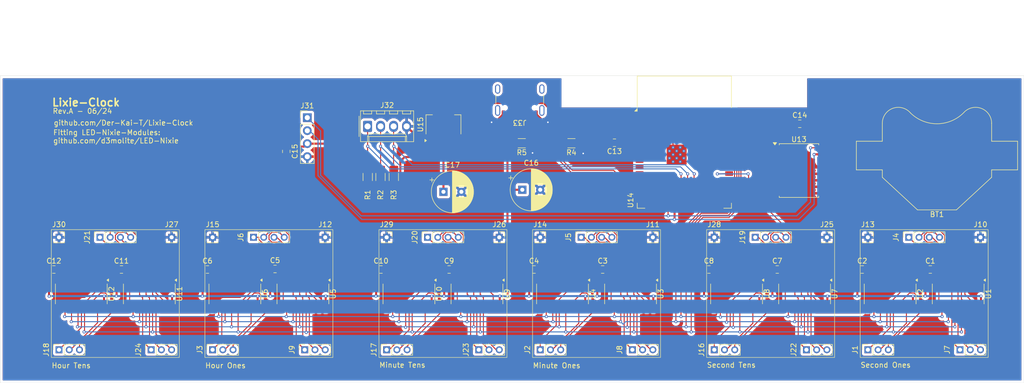
<source format=kicad_pcb>
(kicad_pcb (version 20240108) (generator "pcbnew") (generator_version "8.0")
  (layers (0 "F.Cu" signal) (31 "B.Cu" signal) (34 "B.Paste" user) (35 "F.Paste" user) (36 "B.SilkS" user "B.Silkscreen") (37 "F.SilkS" user "F.Silkscreen") (38 "B.Mask" user) (39 "F.Mask" user) (44 "Edge.Cuts" user))
  (net 0 "")
  (net 1 "GND")
  (net 2 "Button_3")
  (net 3 "Net-(J4-Pin_3)")
  (net 4 "Net-(J4-Pin_4)")
  (net 5 "Net-(J4-Pin_2)")
  (net 6 "RESET")
  (net 7 "Button_2")
  (net 8 "Net-(J4-Pin_1)")
  (net 9 "Button_1")
  (net 10 "Net-(J5-Pin_1)")
  (net 11 "+3V3")
  (net 12 "Net-(J5-Pin_4)")
  (net 13 "Net-(J5-Pin_2)")
  (net 14 "Net-(J5-Pin_3)")
  (net 15 "Net-(J6-Pin_4)")
  (net 16 "LOAD")
  (net 17 "Net-(J9-Pin_3)")
  (net 18 "+5V")
  (net 19 "SCL")
  (net 20 "Net-(J9-Pin_1)")
  (net 21 "Net-(J9-Pin_2)")
  (net 22 "DATA")
  (net 23 "Net-(J19-Pin_3)")
  (net 24 "SR_CLR")
  (net 25 "SDA")
  (net 26 "Net-(J19-Pin_2)")
  (net 27 "SR_CLK")
  (net 28 "OE")
  (net 29 "Net-(BT1-+)")
  (net 30 "Net-(J19-Pin_4)")
  (net 31 "Net-(J1-Pin_2)")
  (net 32 "Net-(J1-Pin_3)")
  (net 33 "Net-(J1-Pin_1)")
  (net 34 "Net-(J2-Pin_3)")
  (net 35 "Net-(J2-Pin_1)")
  (net 36 "Net-(J2-Pin_2)")
  (net 37 "Net-(J3-Pin_2)")
  (net 38 "Net-(J3-Pin_1)")
  (net 39 "Net-(J3-Pin_3)")
  (net 40 "Net-(J6-Pin_2)")
  (net 41 "Net-(J6-Pin_3)")
  (net 42 "Net-(J6-Pin_1)")
  (net 43 "Net-(J7-Pin_1)")
  (net 44 "Net-(J7-Pin_3)")
  (net 45 "Net-(J7-Pin_2)")
  (net 46 "Net-(J19-Pin_1)")
  (net 47 "Net-(J8-Pin_2)")
  (net 48 "Net-(J8-Pin_1)")
  (net 49 "Net-(J8-Pin_3)")
  (net 50 "Net-(J20-Pin_3)")
  (net 51 "Net-(J20-Pin_1)")
  (net 52 "Net-(J20-Pin_4)")
  (net 53 "Net-(J20-Pin_2)")
  (net 54 "Net-(J21-Pin_4)")
  (net 55 "Net-(J24-Pin_3)")
  (net 56 "Net-(J24-Pin_1)")
  (net 57 "Net-(J24-Pin_2)")
  (net 58 "Net-(J33-CC1)")
  (net 59 "Net-(J33-CC2)")
  (net 60 "Net-(J16-Pin_2)")
  (net 61 "Net-(J16-Pin_1)")
  (net 62 "Net-(J16-Pin_3)")
  (net 63 "Net-(J17-Pin_3)")
  (net 64 "Net-(J17-Pin_2)")
  (net 65 "Net-(U1-QH')")
  (net 66 "Net-(J17-Pin_1)")
  (net 67 "Net-(J18-Pin_1)")
  (net 68 "Net-(J18-Pin_2)")
  (net 69 "Net-(J18-Pin_3)")
  (net 70 "Net-(J21-Pin_1)")
  (net 71 "Net-(J21-Pin_3)")
  (net 72 "Net-(J21-Pin_2)")
  (net 73 "Net-(J22-Pin_3)")
  (net 74 "Net-(J22-Pin_1)")
  (net 76 "Net-(J22-Pin_2)")
  (net 77 "Net-(J23-Pin_3)")
  (net 78 "Net-(J23-Pin_2)")
  (net 79 "Net-(J23-Pin_1)")
  (net 83 "Net-(U2-QH')")
  (net 86 "Net-(U3-QH')")
  (net 87 "Net-(U3-SER)")
  (net 89 "Net-(U4-QH')")
  (net 95 "Net-(U5-QH')")
  (net 98 "Net-(U10-QH')")
  (net 105 "Net-(U11-SER)")
  (net 106 "Net-(U7-QH')")
  (net 113 "Net-(U10-SER)")
  (net 120 "Net-(U11-QH')")
  (net 128 "Net-(U14-GND-Pad1)")
  (net 147 "USB_D+")
  (net 153 "USB_D-")
  (footprint "Connector_PinSocket_2.00mm:PinSocket_1x01_P2.00mm_Vertical" (layer "F.Cu") (at 91.5 61.5)
    (property "Reference" "J15")
    (property "Value" "GND")
  )
  (footprint "Connector_USB:USB_C_Receptacle_GCT_USB4105-xx-A_16P_TopMnt_Horizontal" (layer "F.Cu") (at 151.5 33.575 180)
    (property "Reference" "J33")
    (property "Value" "USB_C_in")
  )
  (footprint "Connector_PinSocket_2.00mm:PinSocket_1x01_P2.00mm_Vertical" (layer "F.Cu") (at 83.5 61.5)
    (property "Reference" "J27")
    (property "Value" "GND")
  )
  (footprint "Connector_PinSocket_2.00mm:PinSocket_1x04_P2.00mm_Vertical" (layer "F.Cu") (at 69.5 61.5 90)
    (property "Reference" "J21")
    (property "Value" "Conn_01x04")
  )
  (footprint "Package_SO:SO-16_3.9x9.9mm_P1.27mm" (layer "F.Cu") (at 143.145001 72.575 -90)
    (property "Reference" "U9")
    (property "Value" "74HC595")
  )
  (footprint "Capacitor_SMD:C_0805_2012Metric" (layer "F.Cu") (at 73.7 67.8)
    (property "Reference" "C11")
    (property "Value" "10µF" (hide yes))
  )
  (footprint "Capacitor_SMD:C_0805_2012Metric" (layer "F.Cu") (at 218.4 67.8)
    (property "Reference" "C2")
    (property "Value" "10µF" (hide yes))
  )
  (footprint "Connector_PinSocket_2.00mm:PinSocket_1x03_P2.00mm_Vertical" (layer "F.Cu") (at 155.5 83.5 90)
    (property "Reference" "J2")
    (property "Value" "Conn_01x03")
  )
  (footprint "Capacitor_SMD:C_0805_2012Metric" (layer "F.Cu") (at 154.3 67.8)
    (property "Reference" "C4")
    (property "Value" "10µF" (hide yes))
  )
  (footprint "Connector_PinSocket_2.00mm:PinSocket_1x01_P2.00mm_Vertical" (layer "F.Cu") (at 125.5 61.5)
    (property "Reference" "J29")
    (property "Value" "GND")
  )
  (footprint "Package_SO:SO-16_3.9x9.9mm_P1.27mm" (layer "F.Cu") (at 193.854999 72.575 -90)
    (property "Reference" "U8")
    (property "Value" "74HC595")
  )
  (footprint "Capacitor_SMD:C_0805_2012Metric" (layer "F.Cu") (at 170 43 180)
    (property "Reference" "C13")
    (property "Value" "10µF")
  )
  (footprint "Connector_PinSocket_2.00mm:PinSocket_1x03_P2.00mm_Vertical" (layer "F.Cu") (at 91.5 83.5 90)
    (property "Reference" "J3")
    (property "Value" "Conn_01x03")
  )
  (footprint "Capacitor_SMD:C_0805_2012Metric" (layer "F.Cu") (at 231.7 67.8)
    (property "Reference" "C1")
    (property "Value" "10µF" (hide yes))
  )
  (footprint "Connector_PinSocket_2.00mm:PinSocket_1x03_P2.00mm_Vertical" (layer "F.Cu") (at 207.5 83.5 90)
    (property "Reference" "J22")
    (property "Value" "Conn_01x03")
  )
  (footprint "Capacitor_THT:CP_Radial_D8.0mm_P3.50mm" (layer "F.Cu") (at 152 52.2)
    (property "Reference" "C16")
    (property "Value" "120µF")
  )
  (footprint "Connector_PinSocket_2.00mm:PinSocket_1x03_P2.00mm_Vertical" (layer "F.Cu") (at 61.499999 83.5 90)
    (property "Reference" "J18")
    (property "Value" "Conn_01x03")
  )
  (footprint "Capacitor_SMD:C_0805_2012Metric" (layer "F.Cu") (at 137.7 67.8)
    (property "Reference" "C9")
    (property "Value" "10µF" (hide yes))
  )
  (footprint "Capacitor_SMD:C_0805_2012Metric" (layer "F.Cu") (at 206.2 39.3)
    (property "Reference" "C14")
    (property "Value" "10µF")
  )
  (footprint "Connector_PinSocket_2.00mm:PinSocket_1x01_P2.00mm_Vertical" (layer "F.Cu") (at 155.5 61.5)
    (property "Reference" "J14")
    (property "Value" "GND")
  )
  (footprint "Connector_PinSocket_2.00mm:PinSocket_1x04_P2.00mm_Vertical" (layer "F.Cu") (at 163.5 61.5 90)
    (property "Reference" "J5")
    (property "Value" "Conn_01x04")
  )
  (footprint "Capacitor_SMD:C_0805_2012Metric" (layer "F.Cu") (at 105.9 44.7 -90)
    (property "Reference" "C15")
    (property "Value" "10µF")
  )
  (footprint "Resistor_SMD:R_1206_3216Metric_Pad1.30x1.75mm_HandSolder" (layer "F.Cu") (at 151.9 43.1 180)
    (property "Reference" "R5")
    (property "Value" "5.1k")
  )
  (footprint "Connector_PinSocket_2.00mm:PinSocket_1x03_P2.00mm_Vertical" (layer "F.Cu") (at 109.5 83.5 90)
    (property "Reference" "J9")
    (property "Value" "Conn_01x03")
  )
  (footprint "Connector_PinSocket_2.00mm:PinSocket_1x03_P2.00mm_Vertical" (layer "F.Cu") (at 173.5 83.5 90)
    (property "Reference" "J8")
    (property "Value" "Conn_01x03")
  )
  (footprint "Package_SO:SO-16_3.9x9.9mm_P1.27mm" (layer "F.Cu") (at 237.145001 72.575 -90)
    (property "Reference" "U1")
    (property "Value" "74HC595")
  )
  (footprint "Connector_PinSocket_2.00mm:PinSocket_1x03_P2.00mm_Vertical" (layer "F.Cu") (at 189.5 83.5 90)
    (property "Reference" "J16")
    (property "Value" "Conn_01x03")
  )
  (footprint "Package_SO:SOIC-16W_7.5x10.3mm_P1.27mm" (layer "F.Cu") (at 206.05 48.445)
    (property "Reference" "U13")
    (property "Value" "DS3231M")
  )
  (footprint "Connector_PinSocket_2.00mm:PinSocket_1x01_P2.00mm_Vertical" (layer "F.Cu") (at 241.5 61.5)
    (property "Reference" "J10")
    (property "Value" "GND")
  )
  (footprint "Connector_PinSocket_2.00mm:PinSocket_1x03_P2.00mm_Vertical" (layer "F.Cu") (at 237.5 83.5 90)
    (property "Reference" "J7")
    (property "Value" "Conn_01x03")
  )
  (footprint "Package_SO:SO-16_3.9x9.9mm_P1.27mm" (layer "F.Cu") (at 109.145001 72.575 -90)
    (property "Reference" "U5")
    (property "Value" "74HC595")
  )
  (footprint "Capacitor_SMD:C_0805_2012Metric" (layer "F.Cu") (at 188.45 67.8)
    (property "Reference" "C8")
    (property "Value" "10µF" (hide yes))
  )
  (footprint "Package_SO:SO-16_3.9x9.9mm_P1.27mm" (layer "F.Cu") (at 173.145001 72.575 -90)
    (property "Reference" "U3")
    (property "Value" "74HC595")
  )
  (footprint "Package_SO:SO-16_3.9x9.9mm_P1.27mm" (layer "F.Cu") (at 129.854999 72.575 -90)
    (property "Reference" "U10")
    (property "Value" "74HC595")
  )
  (footprint "Battery:BatteryHolder_Multicomp_BC-2001_1x2032" (layer "F.Cu") (at 233 45.509227)
    (property "Reference" "BT1")
    (property "Value" "Battery")
  )
  (footprint "Resistor_SMD:R_1206_3216Metric_Pad1.30x1.75mm_HandSolder" (layer "F.Cu") (at 161.6 43.1 180)
    (property "Reference" "R4")
    (property "Value" "5.1k")
  )
  (footprint "Resistor_SMD:R_1206_3216Metric_Pad1.30x1.75mm_HandSolder" (layer "F.Cu") (at 124.3 49.7 -90)
    (property "Reference" "R2")
    (property "Value" "10k")
  )
  (footprint "Package_SO:SO-16_3.9x9.9mm_P1.27mm" (layer "F.Cu") (at 207.145001 72.575 -90)
    (property "Reference" "U7")
    (property "Value" "74HC595")
  )
  (footprint "Connector_PinSocket_2.00mm:PinSocket_1x04_P2.00mm_Vertical" (layer "F.Cu") (at 133.5 61.5 90)
    (property "Reference" "J20")
    (property "Value" "Conn_01x04")
  )
  (footprint "Capacitor_SMD:C_0805_2012Metric" (layer "F.Cu") (at 90.5 67.8)
    (property "Reference" "C6")
    (property "Value" "10µF" (hide yes))
  )
  (footprint "Connector_PinSocket_2.00mm:PinSocket_1x01_P2.00mm_Vertical" (layer "F.Cu") (at 189.5 61.5)
    (property "Reference" "J28")
    (property "Value" "GND")
  )
  (footprint "Connector_PinSocket_2.00mm:PinSocket_1x03_P2.00mm_Vertical" (layer "F.Cu") (at 125.5 83.5 90)
    (property "Reference" "J17")
    (property "Value" "Conn_01x03")
  )
  (footprint "Capacitor_SMD:C_0805_2012Metric" (layer "F.Cu") (at 60.5 67.8)
    (property "Reference" "C12")
    (property "Value" "10µF" (hide yes))
  )
  (footprint "Connector_PinSocket_2.00mm:PinSocket_1x04_P2.00mm_Vertical" (layer "F.Cu") (at 227.5 61.5 90)
    (property "Reference" "J4")
    (property "Value" "Conn_01x04")
  )
  (footprint "Connector_PinSocket_2.00mm:PinSocket_1x01_P2.00mm_Vertical" (layer "F.Cu") (at 211.5 61.5)
    (property "Reference" "J25")
    (property "Value" "GND")
  )
  (footprint "Package_SO:SO-16_3.9x9.9mm_P1.27mm" (layer "F.Cu") (at 65.854999 72.575 -90)
    (property "Reference" "U12")
    (property "Value" "74HC595")
  )
  (footprint "Connector_PinSocket_2.00mm:PinSocket_1x04_P2.00mm_Vertical" (layer "F.Cu") (at 197.5 61.5 90)
    (property "Reference" "J19")
    (property "Value" "Conn_01x04")
  )
  (footprint "Package_SO:SO-16_3.9x9.9mm_P1.27mm" (layer "F.Cu") (at 159.854999 72.575 -90)
    (property "Reference" "U4")
    (property "Value" "74HC595")
  )
  (footprint "Resistor_SMD:R_1206_3216Metric_Pad1.30x1.75mm_HandSolder" (layer "F.Cu") (at 126.9 49.7 -90)
    (property "Reference" "R3")
    (property "Value" "10k")
  )
  (footprint "Connector_PinSocket_2.00mm:PinSocket_1x03_P2.00mm_Vertical" (layer "F.Cu") (at 79.5 83.5 90)
    (property "Reference" "J24")
    (property "Value" "Conn_01x03")
  )
  (footprint "Connector_PinSocket_2.00mm:PinSocket_1x04_P2.00mm_Vertical" (layer "F.Cu") (at 99.5 61.5 90)
    (property "Reference" "J6")
    (property "Value" "Conn_01x04")
  )
  (footprint "Connector_Molex:Molex_KK-254_AE-6410-04A_1x04_P2.54mm_Vertical" (layer "F.Cu") (at 121.78 39.8)
    (property "Reference" "J32")
    (property "Value" "Button")
  )
  (footprint "Connector_PinSocket_2.00mm:PinSocket_1x03_P2.00mm_Vertical" (layer "F.Cu") (at 219.5 83.5 90)
    (property "Reference" "J1")
    (property "Value" "Conn_01x03")
  )
  (footprint "Connector_PinSocket_2.00mm:PinSocket_1x01_P2.00mm_Vertical" (layer "F.Cu") (at 147.5 61.5)
    (property "Reference" "J26")
    (property "Value" "GND")
  )
  (footprint "Resistor_SMD:R_1206_3216Metric_Pad1.30x1.75mm_HandSolder" (layer "F.Cu") (at 121.8 49.7 -90)
    (property "Reference" "R1")
    (property "Value" "10k")
  )
  (footprint "Connector_PinSocket_2.00mm:PinSocket_1x01_P2.00mm_Vertical" (layer "F.Cu") (at 61.5 61.5)
    (property "Reference" "J30")
    (property "Value" "GND")
  )
  (footprint "Capacitor_SMD:C_0805_2012Metric" (layer "F.Cu") (at 103.7 67.7)
    (property "Reference" "C5")
    (property "Value" "10µF" (hide yes))
  )
  (footprint "Package_SO:SO-16_3.9x9.9mm_P1.27mm" (layer "F.Cu") (at 223.854999 72.575 -90)
    (property "Reference" "U2")
    (property "Value" "74HC595")
  )
  (footprint "Package_TO_SOT_SMD:SOT-223-3_TabPin2" (layer "F.Cu") (at 136.6 39.449999 90)
    (property "Reference" "U15")
    (property "Value" "LD1117S33TR_SOT223")
  )
  (footprint "Capacitor_SMD:C_0805_2012Metric" (layer "F.Cu") (at 201.8 67.8)
    (property "Reference" "C7")
    (property "Value" "10µF" (hide yes))
  )
  (footprint "Connector_PinSocket_2.00mm:PinSocket_1x01_P2.00mm_Vertical" (layer "F.Cu") (at 219.5 61.5)
    (property "Reference" "J13")
    (property "Value" "GND")
  )
  (footprint "Connector_PinSocket_2.00mm:PinSocket_1x03_P2.00mm_Vertical" (layer "F.Cu") (at 143.5 83.5 90)
    (property "Reference" "J23")
    (property "Value" "Conn_01x03")
  )
  (footprint "Connector_PinHeader_2.54mm:PinHeader_1x04_P2.54mm_Vertical" (layer "F.Cu") (at 110 38.1)
    (property "Reference" "J31")
    (property "Value" "Display")
  )
  (footprint "RF_Module:ESP32-S3-WROOM-1" (layer "F.Cu") (at 183.65 42.86)
    (property "Reference" "U14")
    (property "Value" "ESP32-S3-WROOM-1")
  )
  (footprint "Package_SO:SO-16_3.9x9.9mm_P1.27mm" (layer "F.Cu") (at 95.854999 72.575 -90)
    (property "Reference" "U6")
    (property "Value" "74HC595")
  )
  (footprint "Capacitor_THT:CP_Radial_D8.0mm_P3.50mm" (layer "F.Cu") (at 136.6 52.6)
    (property "Reference" "C17")
    (property "Value" "120µF")
  )
  (footprint "Connector_PinSocket_2.00mm:PinSocket_1x01_P2.00mm_Vertical" (layer "F.Cu") (at 113.5 61.5)
    (property "Reference" "J12")
    (property "Value" "GND")
  )
  (footprint "Capacitor_SMD:C_0805_2012Metric" (layer "F.Cu") (at 124.4 67.8)
    (property "Reference" "C10")
    (property "Value" "10µF" (hide yes))
  )
  (footprint "Package_SO:SO-16_3.9x9.9mm_P1.27mm" (layer "F.Cu") (at 79.145001 72.575 -90)
    (property "Reference" "U11")
    (property "Value" "74HC595")
  )
  (footprint "Capacitor_SMD:C_0805_2012Metric" (layer "F.Cu") (at 167.7 67.8)
    (property "Reference" "C3")
    (property "Value" "10µF" (hide yes))
  )
  (footprint "Connector_PinSocket_2.00mm:PinSocket_1x01_P2.00mm_Vertical" (layer "F.Cu") (at 177.5 61.5)
    (property "Reference" "J11")
    (property "Value" "GND")
  )
  (gr_rect (start 90 60) (end 115 85) (stroke (width 0.1)) (fill none) (layer "F.SilkS"))
  (gr_rect (start 188 60) (end 213 85) (stroke (width 0.1)) (fill none) (layer "F.SilkS"))
  (gr_rect (start 60 60) (end 85 85) (stroke (width 0.1)) (fill none) (layer "F.SilkS"))
  (gr_rect (start 218 60) (end 243 85) (stroke (width 0.1)) (fill none) (layer "F.SilkS"))
  (gr_rect (start 124 60) (end 149 85) (stroke (width 0.1)) (fill none) (layer "F.SilkS"))
  (gr_rect (start 154 60) (end 179 85) (stroke (width 0.1)) (fill none) (layer "F.SilkS"))
  (gr_rect (start 50 29.9) (end 250 90) (stroke (width 0.05)) (fill none) (layer "Edge.Cuts"))
  (gr_text "Hour Tens" (at 60 86 0) (layer "F.SilkS") (effects (font (size 1 1)) (justify left top)))
  (gr_text "github.com/Der-Kai-T/Lixie-Clock" (at 60.4 39.7 0) (layer "F.SilkS") (effects (font (size 1 1) (thickness 0.15) (bold yes)) (justify left bottom)))
  (gr_text "Minute Tens" (at 124 85.9 0) (layer "F.SilkS") (effects (font (size 1 1)) (justify left top)))
  (gr_text "Second Ones" (at 218 85.9 0) (layer "F.SilkS") (effects (font (size 1 1)) (justify left top)))
  (gr_text "Rev.A - 06/24" (at 60.2 37.4 0) (layer "F.SilkS") (effects (font (size 1 1)) (justify left bottom)))
  (gr_text "Minute Ones" (at 154 86 0) (layer "F.SilkS") (effects (font (size 1 1)) (justify left top)))
  (gr_text "Hour Ones" (at 90 86 0) (layer "F.SilkS") (effects (font (size 1 1)) (justify left top)))
  (gr_text "Fitting LED-Nixie-Modules:\ngithub.com/d3molite/LED-Nixie" (at 60.3 43.2 0) (layer "F.SilkS") (effects (font (size 1 1) (thickness 0.15) (bold yes)) (justify left bottom)))
  (gr_text "Second Tens" (at 188 85.9 0) (layer "F.SilkS") (effects (font (size 1 1)) (justify left top)))
  (gr_text "Lixie-Clock" (at 60 36 0) (layer "F.SilkS") (effects (font (size 1.5 1.5) (thickness 0.3) (bold yes)) (justify left bottom)))
  (segment (start 210.7 52.89) (end 210.7 47.81) (width 0.4) (layer "F.Cu") (net 1))
  (segment (start 156.317208 39) (end 157 39) (width 0.4) (layer "F.Cu") (net 1))
  (segment (start 132.199999 42.599999) (end 129.4 39.8) (width 0.4) (layer "F.Cu") (net 1))
  (segment (start 134.3 42.599999) (end 132.199999 42.599999) (width 0.4) (layer "F.Cu") (net 1))
  (segment (start 104.65 69.95) (end 104.7 70) (width 0.4) (layer "F.Cu") (net 1))
  (segment (start 209.675001 47.81) (end 210.7 47.81) (width 0.4) (layer "F.Cu") (net 1))
  (segment (start 146 39) (end 146 39.1) (width 0.4) (layer "F.Cu") (net 1))
  (segment (start 110 45.72) (end 105.970001 45.72) (width 0.4) (layer "F.Cu") (net 1))
  (segment (start 74.65 67.8) (end 74.65 69.95) (width 0.4) (layer "F.Cu") (net 1))
  (segment (start 61.45 67.8) (end 61.45 69.959998) (width 0.4) (layer "F.Cu") (net 1))
  (segment (start 154.7 37.382792) (end 156.317208 39) (width 0.4) (layer "F.Cu") (net 1))
  (segment (start 105.970001 45.72) (end 105.9 45.649999) (width 0.4) (layer "F.Cu") (net 1))
  (segment (start 189.4 67.8) (end 189.4 69.990002) (width 0.4) (layer "F.Cu") (net 1))
  (segment (start 202.75 69.95) (end 202.7 70) (width 0.4) (layer "F.Cu") (net 1))
  (segment (start 61.45 69.959998) (end 61.409998 70) (width 0.4) (layer "F.Cu") (net 1))
  (segment (start 74.65 69.95) (end 74.7 70) (width 0.4) (layer "F.Cu") (net 1))
  (segment (start 163.150001 44.350001) (end 163.9 45.1) (width 0.4) (layer "F.Cu") (net 1))
  (segment (start 91.409998 67.840002) (end 91.45 67.8) (width 0.4) (layer "F.Cu") (net 1))
  (segment (start 148.3 37.4) (end 146.7 39) (width 0.4) (layer "F.Cu") (net 1))
  (segment (start 207.15 45.284999) (end 209.675001 47.81) (width 0.4) (layer "F.Cu") (net 1))
  (segment (start 203.354999 49.08) (end 207.15 45.284999) (width 0.4) (layer "F.Cu") (net 1))
  (segment (start 91.409998 70) (end 91.409998 67.840002) (width 0.4) (layer "F.Cu") (net 1))
  (segment (start 155.25 67.8) (end 155.25 69.840002) (width 0.4) (layer "F.Cu") (net 1))
  (segment (start 169.050001 43) (end 163.250001 43) (width 0.4) (layer "F.Cu") (net 1))
  (segment (start 232.7 70) (end 232.7 67.85) (width 0.4) (layer "F.Cu") (net 1))
  (segment (start 154.7 37.255) (end 154.7 37.382792) (width 0.4) (layer "F.Cu") (net 1))
  (segment (start 219.35 67.8) (end 219.35 69.940002) (width 0.4) (layer "F.Cu") (net 1))
  (segment (start 153.450001 44.450001) (end 154 45) (width 0.4) (layer "F.Cu") (net 1))
  (segment (start 163.250001 43) (end 163.150001 43.1) (width 0.4) (layer "F.Cu") (net 1))
  (segment (start 202.75 67.8) (end 202.75 69.95) (width 0.4) (layer "F.Cu") (net 1))
  (segment (start 168.7 67.95) (end 168.7 70) (width 0.4) (layer "F.Cu") (net 1))
  (segment (start 138.7 67.85) (end 138.65 67.8) (width 0.4) (layer "F.Cu") (net 1))
  (segment (start 138.7 70) (end 138.7 67.85) (width 0.4) (layer "F.Cu") (net 1))
  (segment (start 148.3 37.255) (end 148.3 37.4) (width 0.4) (layer "F.Cu") (net 1))
  (segment (start 155.25 69.840002) (end 155.409998 70) (width 0.4) (layer "F.Cu") (net 1))
  (segment (start 219.35 69.940002) (end 219.409998 70) (width 0.4) (layer "F.Cu") (net 1))
  (segment (start 163.150001 43.1) (end 163.150001 44.350001) (width 0.4) (layer "F.Cu") (net 1))
  (segment (start 153.450001 43.1) (end 153.450001 44.450001) (width 0.4) (layer "F.Cu") (net 1))
  (segment (start 207.15 39.3) (end 207.15 45.284999) (width 0.4) (layer "F.Cu") (net 1))
  (segment (start 125.35 67.8) (end 125.35 69.940002) (width 0.4) (layer "F.Cu") (net 1))
  (segment (start 201.4 49.08) (end 203.354999 49.08) (width 0.4) (layer "F.Cu") (net 1))
  (segment (start 201.4 52.89) (end 201.4 49.08) (width 0.4) (layer "F.Cu") (net 1))
  (segment (start 125.35 69.940002) (end 125.409998 70) (width 0.4) (layer "F.Cu") (net 1))
  (segment (start 189.4 69.990002) (end 189.409998 70) (width 0.4) (layer "F.Cu") (net 1))
  (segment (start 104.65 67.7) (end 104.65 69.95) (width 0.4) (layer "F.Cu") (net 1))
  (segment (start 146.7 39) (end 146 39) (width 0.4) (layer "F.Cu") (net 1))
  (segment (start 232.7 67.85) (end 232.65 67.8) (width 0.4) (layer "F.Cu") (net 1))
  (segment (start 168.55 67.8) (end 168.7 67.95) (width 0.4) (layer "F.Cu") (net 1))
  (via (at 146 39) (size 0.6) (drill 0.3) (layers "F.Cu" "B.Cu") (net 1))
  (via (at 154 45) (size 0.6) (drill 0.3) (layers "F.Cu" "B.Cu") (net 1))
  (via (at 157 39) (size 0.6) (drill 0.3) (layers "F.Cu" "B.Cu") (net 1))
  (via (at 163.9 45.1) (size 0.6) (drill 0.3) (layers "F.Cu" "B.Cu") (net 1))
  (segment (start 126.86 48.109999) (end 126.9 48.149999) (width 0.2) (layer "F.Cu") (net 2))
  (segment (start 126.86 39.8) (end 126.86 48.109999) (width 0.2) (layer "F.Cu") (net 2))
  (segment (start 185.6 49.1) (end 185.555 49.145) (width 0.2) (layer "F.Cu") (net 2))
  (segment (start 185.555 55.36) (end 185.555 49.145) (width 0.2) (layer "F.Cu") (net 2))
  (via (at 185.6 49.1) (size 0.6) (drill 0.3) (layers "F.Cu" "B.Cu") (net 2))
  (via (at 126.9 43.7) (size 0.6) (drill 0.3) (layers "F.Cu" "B.Cu") (net 2))
  (segment (start 130.52 47.32) (end 183.82 47.32) (width 0.2) (layer "B.Cu") (net 2))
  (segment (start 183.82 47.32) (end 185.6 49.1) (width 0.2) (layer "B.Cu") (net 2))
  (segment (start 126.9 43.7) (end 130.52 47.32) (width 0.2) (layer "B.Cu") (net 2))
  (segment (start 240.320001 69.754449) (end 232.065552 61.5) (width 0.2) (layer "F.Cu") (net 3))
  (segment (start 232.065552 61.5) (end 231.5 61.5) (width 0.2) (layer "F.Cu") (net 3))
  (segment (start 240.320001 70) (end 240.320001 69.754449) (width 0.2) (layer "F.Cu") (net 3))
  (segment (start 239.05 69.125001) (end 232.399999 62.475) (width 0.2) (layer "F.Cu") (net 4))
  (segment (start 239.05 70) (end 239.05 69.125001) (width 0.2) (layer "F.Cu") (net 4))
  (segment (start 230.525 61.075) (end 231.075 60.525) (width 0.2) (layer "F.Cu") (net 4))
  (segment (start 232.525 60.525) (end 233.5 61.5) (width 0.2) (layer "F.Cu") (net 4))
  (segment (start 232.399999 62.475) (end 231.096141 62.475) (width 0.2) (layer "F.Cu") (net 4))
  (segment (start 231.075 60.525) (end 232.525 60.525) (width 0.2) (layer "F.Cu") (net 4))
  (segment (start 231.096141 62.475) (end 230.525 61.903859) (width 0.2) (layer "F.Cu") (net 4))
  (segment (start 230.525 61.903859) (end 230.525 61.075) (width 0.2) (layer "F.Cu") (net 4))
  (segment (start 241.590002 69.754449) (end 240.660553 68.825) (width 0.2) (layer "F.Cu") (net 5))
  (segment (start 241.590002 70) (end 241.590002 69.754449) (width 0.2) (layer "F.Cu") (net 5))
  (segment (start 234.475 63.275) (end 234.475 61.096141) (width 0.2) (layer "F.Cu") (net 5))
  (segment (start 240.025 68.825) (end 234.475 63.275) (width 0.2) (layer "F.Cu") (net 5))
  (segment (start 234.475 61.096141) (end 233.503859 60.125) (width 0.2) (layer "F.Cu") (net 5))
  (segment (start 233.503859 60.125) (end 230.875 60.125) (width 0.2) (layer "F.Cu") (net 5))
  (segment (start 240.660553 68.825) (end 240.025 68.825) (width 0.2) (layer "F.Cu") (net 5))
  (segment (start 230.875 60.125) (end 229.5 61.5) (width 0.2) (layer "F.Cu") (net 5))
  (segment (start 184.3 49.1) (end 184.285 49.115) (width 0.2) (layer "F.Cu") (net 7))
  (segment (start 124.32 48.129999) (end 124.3 48.149999) (width 0.2) (layer "F.Cu") (net 7))
  (segment (start 124.3 43.7) (end 124.32 43.72) (width 0.2) (layer "F.Cu") (net 7))
  (segment (start 124.32 39.8) (end 124.32 43.68) (width 0.2) (layer "F.Cu") (net 7))
  (segment (start 124.32 43.72) (end 124.32 48.129999) (width 0.2) (layer "F.Cu") (net 7))
  (segment (start 124.32 43.68) (end 124.3 43.7) (width 0.2) (layer "F.Cu") (net 7))
  (segment (start 184.285 55.36) (end 184.285 49.115) (width 0.2) (layer "F.Cu") (net 7))
  (via (at 124.3 43.7) (size 0.6) (drill 0.3) (layers "F.Cu" "B.Cu") (net 7))
  (via (at 184.3 49.1) (size 0.6) (drill 0.3) (layers "F.Cu" "B.Cu") (net 7))
  (segment (start 182.92 47.72) (end 184.3 49.1) (width 0.2) (layer "B.Cu") (net 7))
  (segment (start 124.3 43.7) (end 128.32 47.72) (width 0.2) (layer "B.Cu") (net 7))
  (segment (start 128.32 47.72) (end 182.92 47.72) (width 0.2) (layer "B.Cu") (net 7))
  (segment (start 238.45 69.090687) (end 238.45 72.65) (width 0.2) (layer "F.Cu") (net 8))
  (segment (start 240.320001 74.520001) (end 240.320001 75.15) (width 0.2) (layer "F.Cu") (net 8))
  (segment (start 232.234313 62.875) (end 238.45 69.090687) (width 0.2) (layer "F.Cu") (net 8))
  (segment (start 238.45 72.65) (end 240.320001 74.520001) (width 0.2) (layer "F.Cu") (net 8))
  (segment (start 227.5 61.5) (end 228.875 62.875) (width 0.2) (layer "F.Cu") (net 8))
  (segment (start 228.875 62.875) (end 232.234313 62.875) (width 0.2) (layer "F.Cu") (net 8))
  (segment (start 121.78 48.129999) (end 121.8 48.149999) (width 0.2) (layer "F.Cu") (net 9))
  (segment (start 121.78 39.8) (end 121.78 43.68) (width 0.2) (layer "F.Cu") (net 9))
  (segment (start 121.8 43.7) (end 121.78 43.72) (width 0.2) (layer "F.Cu") (net 9))
  (segment (start 183.015 55.36) (end 183.015 49.1) (width 0.2) (layer "F.Cu") (net 9))
  (segment (start 121.78 43.72) (end 121.78 48.129999) (width 0.2) (layer "F.Cu") (net 9))
  (segment (start 121.78 43.68) (end 121.8 43.7) (width 0.2) (layer "F.Cu") (net 9))
  (via (at 183 49.1) (size 0.6) (drill 0.3) (layers "F.Cu" "B.Cu") (net 9))
  (via (at 121.8 43.7) (size 0.6) (drill 0.3) (layers "F.Cu" "B.Cu") (net 9))
  (segment (start 121.8 43.7) (end 126.22 48.12) (width 0.2) (layer "B.Cu") (net 9))
  (segment (start 126.22 48.12) (end 182.02 48.12) (width 0.2) (layer "B.Cu") (net 9))
  (segment (start 182.02 48.12) (end 183 49.1) (width 0.2) (layer "B.Cu") (net 9))
  (segment (start 168.209314 62.875) (end 174.45 69.115686) (width 0.2) (layer "F.Cu") (net 10))
  (segment (start 164.121141 61.5) (end 165.496141 62.875) (width 0.2) (layer "F.Cu") (net 10))
  (segment (start 174.45 69.115686) (end 174.45 72.405) (width 0.2) (layer "F.Cu") (net 10))
  (segment (start 174.45 72.405) (end 176.320001 74.275001) (width 0.2) (layer "F.Cu") (net 10))
  (segment (start 165.496141 62.875) (end 168.209314 62.875) (width 0.2) (layer "F.Cu") (net 10))
  (segment (start 163.5 61.5) (end 164.121141 61.5) (width 0.2) (layer "F.Cu") (net 10))
  (segment (start 176.320001 74.275001) (end 176.320001 75.15) (width 0.2) (layer "F.Cu") (net 10))
  (segment (start 162.04 40.14) (end 174.9 40.14) (width 0.4) (layer "F.Cu") (net 11))
  (segment (start 200.863026 45.27) (end 199.975 44.381974) (width 0.4) (layer "F.Cu") (net 11))
  (segment (start 136.6 36.3) (end 138.27 34.63) (width 0.4) (layer "F.Cu") (net 11))
  (segment (start 136.6 42.599998) (end 136.6 52.6) (width 0.4) (layer "F.Cu") (net 11))
  (segment (start 199.975 44.381974) (end 199.975 43.275) (width 0.4) (layer "F.Cu") (net 11))
  (segment (start 201.4 45.27) (end 200.863026 45.27) (width 0.4) (layer "F.Cu") (net 11))
  (segment (start 170.949999 43) (end 173.809999 40.14) (width 0.4) (layer "F.Cu") (net 11))
  (segment (start 173.75 36.75) (end 173.75 40.080001) (width 0.4) (layer "F.Cu") (net 11))
  (segment (start 173.809999 40.14) (end 174.9 40.14) (width 0.4) (layer "F.Cu") (net 11))
  (segment (start 174.9 40.14) (end 174.9 38.87) (width 0.4) (layer "F.Cu") (net 11))
  (segment (start 138.27 34.63) (end 156.53 34.63) (width 0.4) (layer "F.Cu") (net 11))
  (segment (start 193.45 36.75) (end 173.75 36.75) (width 0.4) (layer "F.Cu") (net 11))
  (segment (start 173.75 40.080001) (end 173.809999 40.14) (width 0.4) (layer "F.Cu") (net 11))
  (segment (start 202.424999 45.27) (end 205.25 42.444999) (width 0.4) (layer "F.Cu") (net 11))
  (segment (start 201.4 45.27) (end 202.424999 45.27) (width 0.4) (layer "F.Cu") (net 11))
  (segment (start 156.53 34.63) (end 162.04 40.14) (width 0.4) (layer "F.Cu") (net 11))
  (segment (start 199.975 43.275) (end 193.45 36.75) (width 0.4) (layer "F.Cu") (net 11))
  (segment (start 205.25 42.444999) (end 205.25 39.3) (width 0.4) (layer "F.Cu") (net 11))
  (segment (start 166.525 61.096141) (end 167.121141 60.5) (width 0.2) (layer "F.Cu") (net 12))
  (segment (start 167.121141 60.5) (end 168.5 60.5) (width 0.2) (layer "F.Cu") (net 12))
  (segment (start 175.05 69.15) (end 168.375 62.475) (width 0.2) (layer "F.Cu") (net 12))
  (segment (start 168.5 60.5) (end 169.5 61.5) (width 0.2) (layer "F.Cu") (net 12))
  (segment (start 167.096141 62.475) (end 166.525 61.903859) (width 0.2) (layer "F.Cu") (net 12))
  (segment (start 175.05 70) (end 175.05 69.15) (width 0.2) (layer "F.Cu") (net 12))
  (segment (start 168.375 62.475) (end 167.096141 62.475) (width 0.2) (layer "F.Cu") (net 12))
  (segment (start 166.525 61.903859) (end 166.525 61.096141) (width 0.2) (layer "F.Cu") (net 12))
  (segment (start 177.590002 69.754449) (end 176.660553 68.825) (width 0.2) (layer "F.Cu") (net 13))
  (segment (start 170.475 61.096141) (end 169.478859 60.1) (width 0.2) (layer "F.Cu") (net 13))
  (segment (start 169.478859 60.1) (end 166.9 60.1) (width 0.2) (layer "F.Cu") (net 13))
  (segment (start 166.9 60.1) (end 165.5 61.5) (width 0.2) (layer "F.Cu") (net 13))
  (segment (start 177.590002 70) (end 177.590002 69.754449) (width 0.2) (layer "F.Cu") (net 13))
  (segment (start 175.956238 68.825) (end 170.475 63.343762) (width 0.2) (layer "F.Cu") (net 13))
  (segment (start 176.660553 68.825) (end 175.956238 68.825) (width 0.2) (layer "F.Cu") (net 13))
  (segment (start 170.475 63.343762) (end 170.475 61.096141) (width 0.2) (layer "F.Cu") (net 13))
  (segment (start 168.065552 61.5) (end 167.5 61.5) (width 0.2) (layer "F.Cu") (net 14))
  (segment (start 176.320001 70) (end 176.320001 69.754449) (width 0.2) (layer "F.Cu") (net 14))
  (segment (start 176.320001 69.754449) (end 168.065552 61.5) (width 0.2) (layer "F.Cu") (net 14))
  (segment (start 111.05 70) (end 111.05 69.125001) (width 0.2) (layer "F.Cu") (net 15))
  (segment (start 104.5 60.5) (end 105.5 61.5) (width 0.2) (layer "F.Cu") (net 15))
  (segment (start 103.121141 60.5) (end 104.5 60.5) (width 0.2) (layer "F.Cu") (net 15))
  (segment (start 102.525 61.903859) (end 102.525 61.096141) (width 0.2) (layer "F.Cu") (net 15))
  (segment (start 111.05 69.125001) (end 104.399999 62.475) (width 0.2) (layer "F.Cu") (net 15))
  (segment (start 102.525 61.096141) (end 103.121141 60.5) (width 0.2) (layer "F.Cu") (net 15))
  (segment (start 103.096141 62.475) (end 102.525 61.903859) (width 0.2) (layer "F.Cu") (net 15))
  (segment (start 104.399999 62.475) (end 103.096141 62.475) (width 0.2) (layer "F.Cu") (net 15))
  (segment (start 129.2 79.1) (end 129.1 79.1) (width 0.2) (layer "F.Cu") (net 16))
  (segment (start 129.219999 75.15) (end 129.219999 78.980001) (width 0.2) (layer "F.Cu") (net 16))
  (segment (start 172.510001 75.15) (end 172.510001 78.889999) (width 0.2) (layer "F.Cu") (net 16))
  (segment (start 192.4 45.22) (end 193.35 45.22) (width 0.2) (layer "F.Cu") (net 16))
  (segment (start 193.35 45.22) (end 194.3 46.17) (width 0.2) (layer "F.Cu") (net 16))
  (segment (start 95.219999 75.15) (end 95.219999 78.980001) (width 0.2) (layer "F.Cu") (net 16))
  (segment (start 187.121372 57.21) (end 184 60.331372) (width 0.2) (layer "F.Cu") (net 16))
  (segment (start 129.2 79) (end 129.2 79) (width 0.2) (layer "F.Cu") (net 16))
  (segment (start 236.510001 75.15) (end 236.510001 78.989999) (width 0.2) (layer "F.Cu") (net 16))
  (segment (start 236.510001 78.989999) (end 236.5 79) (width 0.2) (layer "F.Cu") (net 16))
  (segment (start 223.219999 75.15) (end 223.219999 78.880001) (width 0.2) (layer "F.Cu") (net 16))
  (segment (start 206.510001 78.989999) (end 206.5 79) (width 0.2) (layer "F.Cu") (net 16))
  (segment (start 78.510001 78.789999) (end 78.4 78.9) (width 0.2) (layer "F.Cu") (net 16))
  (segment (start 159.219999 78.880001) (end 159.1 79) (width 0.2) (layer "F.Cu") (net 16))
  (segment (start 159.219999 75.15) (end 159.219999 78.880001) (width 0.2) (layer "F.Cu") (net 16))
  (segment (start 223.219999 78.880001) (end 223.1 79) (width 0.2) (layer "F.Cu") (net 16))
  (segment (start 65.219999 75.15) (end 65.219999 78.880001) (width 0.2) (layer "F.Cu") (net 16))
  (segment (start 206.510001 75.15) (end 206.510001 78.989999) (width 0.2) (layer "F.Cu") (net 16))
  (segment (start 129.1 79.1) (end 129.219999 78.980001) (width 0.2) (layer "F.Cu") (net 16))
  (segment (start 95.2 79) (end 95.219999 78.980001) (width 0.2) (layer "F.Cu") (net 16))
  (segment (start 192.231372 57.21) (end 187.121372 57.21) (width 0.2) (layer "F.Cu") (net 16))
  (segment (start 108.510001 75.15) (end 108.510001 78.989999) (width 0.2) (layer "F.Cu") (net 16))
  (segment (start 194.3 55.141372) (end 192.231372 57.21) (width 0.2) (layer "F.Cu") (net 16))
  (segment (start 142.510001 75.15) (end 142.510001 78.989999) (width 0.2) (layer "F.Cu") (net 16))
  (segment (start 108.510001 78.989999) (end 108.5 79) (width 0.2) (layer "F.Cu") (net 16))
  (segment (start 129.2 79) (end 129.2 79.1) (width 0.2) (layer "F.Cu") (net 16))
  (segment (start 193.219999 78.880001) (end 193.1 79) (width 0.2) (layer "F.Cu") (net 16))
  (segment (start 193.219999 75.15) (end 193.219999 78.880001) (width 0.2) (layer "F.Cu") (net 16))
  (segment (start 78.510001 75.15) (end 78.510001 78.789999) (width 0.2) (layer "F.Cu") (net 16))
  (segment (start 184 60.331372) (end 184 79) (width 0.2) (layer "F.Cu") (net 16))
  (segment (start 194.3 46.17) (end 194.3 55.141372) (width 0.2) (layer "F.Cu") (net 16))
  (segment (start 142.510001 78.989999) (end 142.5 79) (width 0.2) (layer "F.Cu") (net 16))
  (segment (start 172.510001 78.889999) (end 172.4 79) (width 0.2) (layer "F.Cu") (net 16))
  (segment (start 65.219999 78.880001) (end 65.1 79) (width 0.2) (layer "F.Cu") (net 16))
  (via (at 65.1 79) (size 0.6) (drill 0.3) (layers "F.Cu" "B.Cu") (net 16))
  (via (at 129.2 79.1) (size 0.6) (drill 0.3) (layers "F.Cu" "B.Cu") (net 16))
  (via (at 223.2 79) (size 0.6) (drill 0.3) (layers "F.Cu" "B.Cu") (net 16))
  (via (at 142.5 79) (size 0.6) (drill 0.3) (layers "F.Cu" "B.Cu") (net 16))
  (via (at 108.5 79) (size 0.6) (drill 0.3) (layers "F.Cu" "B.Cu") (net 16))
  (via (at 159.2 79) (size 0.6) (drill 0.3) (layers "F.Cu" "B.Cu") (net 16))
  (via (at 78.5 79) (size 0.6) (drill 0.3) (layers "F.Cu" "B.Cu") (net 16))
  (via (at 184 79) (size 0.6) (drill 0.3) (layers "F.Cu" "B.Cu") (net 16))
  (via (at 236.5 79) (size 0.6) (drill 0.3) (layers "F.Cu" "B.Cu") (net 16))
  (via (at 95.2 79) (size 0.6) (drill 0.3) (layers "F.Cu" "B.Cu") (net 16))
  (via (at 172.5 79.1) (size 0.6) (drill 0.3) (layers "F.Cu" "B.Cu") (net 16))
  (via (at 206.5 79) (size 0.6) (drill 0.3) (layers "F.Cu" "B.Cu") (net 16))
  (via (at 193.2 79.1) (size 0.6) (drill 0.3) (layers "F.Cu" "B.Cu") (net 16))
  (segment (start 193.2 79.1) (end 193.3 79) (width 0.2) (layer "B.Cu") (net 16))
  (segment (start 172.5 79.1) (end 172.6 79) (width 0.2) (layer "B.Cu") (net 16))
  (segment (start 172.6 79) (end 193.1 79) (width 0.2) (layer "B.Cu") (net 16))
  (segment (start 65.1 79) (end 78.5 79) (width 0.2) (layer "B.Cu") (net 16))
  (segment (start 223.2 79) (end 236.5 79) (width 0.2) (layer "B.Cu") (net 16))
  (segment (start 193.1 79) (end 193.2 79.1) (width 0.2) (layer "B.Cu") (net 16))
  (segment (start 193.3 79) (end 223.2 79) (width 0.2) (layer "B.Cu") (net 16))
  (segment (start 78.5 79) (end 159.2 79) (width 0.2) (layer "B.Cu") (net 16))
  (segment (start 172.4 79) (end 172.5 79.1) (width 0.2) (layer "B.Cu") (net 16))
  (segment (start 159.2 79) (end 172.4 79) (width 0.2) (layer "B.Cu") (net 16))
  (segment (start 113.5 83.5) (end 113.1 83.5) (width 0.2) (layer "F.Cu") (net 17))
  (segment (start 109.780001 72.780001) (end 109.780001 70) (width 0.2) (layer "F.Cu") (net 17))
  (segment (start 110.4 73.4) (end 109.780001 72.780001) (width 0.2) (layer "F.Cu") (net 17))
  (segment (start 113.1 83.5) (end 110.4 80.8) (width 0.2) (layer "F.Cu") (net 17))
  (segment (start 110.4 80.8) (end 110.4 73.4) (width 0.2) (layer "F.Cu") (net 17))
  (segment (start 156.192792 35.23) (end 146.269999 35.23) (width 0.4) (layer "F.Cu") (net 18))
  (segment (start 129.003983 45.8) (end 133.9 45.8) (width 0.4) (layer "F.Cu") (net 18))
  (segment (start 109.92 43.18) (end 109.349999 43.750001) (width 0.4) (layer "F.Cu") (net 18))
  (segment (start 113.729999 43.18) (end 121.8 51.250001) (width 0.4) (layer "F.Cu") (net 18))
  (segment (start 144.33 42.599999) (end 138.9 42.599999) (width 0.4) (layer "F.Cu") (net 18))
  (segment (start 137.499999 41.199998) (end 138.9 42.599999) (width 0.4) (layer "F.Cu") (net 18))
  (segment (start 83.590002 75.15) (end 83.590002 73.009998) (width 0.4) (layer "F.Cu") (net 18))
  (segment (start 153.35 72.85) (end 153.3 72.9) (width 0.4) (layer "F.Cu") (net 18))
  (segment (start 121.8 51.250001) (end 125.751164 51.250001) (width 0.4) (layer "F.Cu") (net 18))
  (segment (start 149.1 37.829999) (end 144.33 42.599999) (width 0.4) (layer "F.Cu") (net 18))
  (segment (start 146.269999 35.23) (end 138.9 42.599999) (width 0.4) (layer "F.Cu") (net 18))
  (segment (start 228.3 75.15) (end 228.3 73.1) (width 0.4) (layer "F.Cu") (net 18))
  (segment (start 134.3 75.15) (end 134.3 73) (width 0.4) (layer "F.Cu") (net 18))
  (segment (start 241.590002 75.15) (end 241.590002 73.109998) (width 0.4) (layer "F.Cu") (net 18))
  (segment (start 166.65 67.8) (end 166.65 72.85) (width 0.4) (layer "F.Cu") (net 18))
  (segment (start 113.6 73.1) (end 113.590002 73.109998) (width 0.4) (layer "F.Cu") (net 18))
  (segment (start 147.590002 73.109998) (end 147.6 73.1) (width 0.4) (layer "F.Cu") (net 18))
  (segment (start 59.55 72.95) (end 59.5 73) (width 0.4) (layer "F.Cu") (net 18))
  (segment (start 166.65 72.85) (end 166.6 72.9) (width 0.4) (layer "F.Cu") (net 18))
  (segment (start 123.45 67.8) (end 123.45 72.85) (width 0.4) (layer "F.Cu") (net 18))
  (segment (start 72.75 72.85) (end 72.8 72.9) (width 0.4) (layer "F.Cu") (net 18))
  (segment (start 135.45 44.25) (end 135.45 41.653982) (width 0.4) (layer "F.Cu") (net 18))
  (segment (start 187.5 67.8) (end 187.5 72.9) (width 0.4) (layer "F.Cu") (net 18))
  (segment (start 155.788026 39.7) (end 157.6 39.7) (width 0.4) (layer "F.Cu") (net 18))
  (segment (start 230.75 72.85) (end 230.7 72.9) (width 0.4) (layer "F.Cu") (net 18))
  (segment (start 110 43.18) (end 113.729999 43.18) (width 0.4) (layer "F.Cu") (net 18))
  (segment (start 133.9 45.8) (end 135.45 44.25) (width 0.4) (layer "F.Cu") (net 18))
  (segment (start 113.590002 75.15) (end 113.590002 73.109998) (width 0.4) (layer "F.Cu") (net 18))
  (segment (start 157.8 36.837208) (end 156.192792 35.23) (width 0.4) (layer "F.Cu") (net 18))
  (segment (start 72.75 67.8) (end 72.75 72.85) (width 0.4) (layer "F.Cu") (net 18))
  (segment (start 136.75 67.8) (end 136.75 72.95) (width 0.4) (layer "F.Cu") (net 18))
  (segment (start 109.349999 43.750001) (end 105.9 43.750001) (width 0.4) (layer "F.Cu") (net 18))
  (segment (start 177.590002 75.15) (end 177.590002 73.109998) (width 0.4) (layer "F.Cu") (net 18))
  (segment (start 110 43.18) (end 109.92 43.18) (width 0.4) (layer "F.Cu") (net 18))
  (segment (start 147.590002 75.15) (end 147.590002 73.109998) (width 0.4) (layer "F.Cu") (net 18))
  (segment (start 200.85 67.8) (end 200.85 72.85) (width 0.4) (layer "F.Cu") (net 18))
  (segment (start 128.175 46.628983) (end 129.003983 45.8) (width 0.4) (layer "F.Cu") (net 18))
  (segment (start 89.55 72.95) (end 89.5 73) (width 0.4) (layer "F.Cu") (net 18))
  (segment (start 59.55 67.8) (end 59.55 72.95) (width 0.4) (layer "F.Cu") (net 18))
  (segment (start 211.590002 75.15) (end 211.590002 73.109998) (width 0.4) (layer "F.Cu") (net 18))
  (segment (start 157.8 39.5) (end 157.8 36.837208) (width 0.4) (layer "F.Cu") (net 18))
  (segment (start 102.75 72.95) (end 102.7 73) (width 0.4) (layer "F.Cu") (net 18))
  (segment (start 135.45 41.653982) (end 135.903984 41.199998) (width 0.4) (layer "F.Cu") (net 18))
  (segment (start 211.590002 73.109998) (end 211.6 73.1) (width 0.4) (layer "F.Cu") (net 18))
  (segment (start 135.903984 41.199998) (end 137.499999 41.199998) (width 0.4) (layer "F.Cu") (net 18))
  (segment (start 230.75 67.8) (end 230.75 72.85) (width 0.4) (layer "F.Cu") (net 18))
  (segment (start 149.1 52.2) (end 149.1 73) (width 0.4) (layer "F.Cu") (net 18))
  (segment (start 128.175 48.826165) (end 128.175 46.628983) (width 0.4) (layer "F.Cu") (net 18))
  (segment (start 164.3 75.15) (end 164.3 73.1) (width 0.4) (layer "F.Cu") (net 18))
  (segment (start 83.6 73) (end 83.590002 73.009998) (width 0.4) (layer "F.Cu") (net 18))
  (segment (start 198.3 75.15) (end 198.3 73.1) (width 0.4) (layer "F.Cu") (net 18))
  (segment (start 149.1 37.255) (end 149.1 37.829999) (width 0.4) (layer "F.Cu") (net 18))
  (segment (start 70.3 73.1) (end 70.4 73) (width 0.4) (layer "F.Cu") (net 18))
  (segment (start 157.6 39.7) (end 157.8 39.5) (width 0.4) (layer "F.Cu") (net 18))
  (segment (start 152 52.2) (end 149.1 52.2) (width 0.4) (layer "F.Cu") (net 18))
  (segment (start 200.85 72.85) (end 200.8 72.9) (width 0.4) (layer "F.Cu") (net 18))
  (segment (start 100.3 75.15) (end 100.3 73.1) (width 0.4) (layer "F.Cu") (net 18))
  (segment (start 241.590002 73.109998) (end 241.6 73.1) (width 0.4) (layer "F.Cu") (net 18))
  (segment (start 125.751164 51.250001) (end 128.175 48.826165) (width 0.4) (layer "F.Cu") (net 18))
  (segment (start 102.75 67.7) (end 102.75 72.95) (width 0.4) (layer "F.Cu") (net 18))
  (segment (start 217.45 67.8) (end 217.45 72.85) (width 0.4) (layer "F.Cu") (net 18))
  (segment (start 177.6 73.1) (end 177.590002 73.109998) (width 0.4) (layer "F.Cu") (net 18))
  (segment (start 70.3 75.15) (end 70.3 73.1) (width 0.4) (layer "F.Cu") (net 18))
  (segment (start 89.55 67.8) (end 89.55 72.95) (width 0.4) (layer "F.Cu") (net 18))
  (segment (start 153.9 37.811974) (end 155.788026 39.7) (width 0.4) (layer "F.Cu") (net 18))
  (segment (start 123.45 72.85) (end 123.4 72.9) (width 0.4) (layer "F.Cu") (net 18))
  (segment (start 153.35 67.8) (end 153.35 72.85) (width 0.4) (layer "F.Cu") (net 18))
  (segment (start 153.9 37.255) (end 153.9 37.811974) (width 0.4) (layer "F.Cu") (net 18))
  (segment (start 149.1 37.255) (end 149.1 52.2) (width 0.4) (layer "F.Cu") (net 18))
  (via (at 102.8 73) (size 0.6) (drill 0.3) (layers "F.Cu" "B.Cu") (net 18))
  (via (at 228.3 73) (size 0.6) (drill 0.3) (layers "F.Cu" "B.Cu") (net 18))
  (via (at 241.6 73) (size 0.6) (drill 0.3) (layers "F.Cu" "B.Cu") (net 18))
  (via (at 136.7 73) (size 0.6) (drill 0.3) (layers "F.Cu" "B.Cu") (net 18))
  (via (at 100.3 73) (size 0.6) (drill 0.3) (layers "F.Cu" "B.Cu") (net 18))
  (via (at 70.3 73) (size 0.6) (drill 0.3) (layers "F.Cu" "B.Cu") (net 18))
  (via (at 153.3 73) (size 0.6) (drill 0.3) (layers "F.Cu" "B.Cu") (net 18))
  (via (at 72.7 73) (size 0.6) (drill 0.3) (layers "F.Cu" "B.Cu") (net 18))
  (via (at 123.4 73) (size 0.6) (drill 0.3) (layers "F.Cu" "B.Cu") (net 18))
  (via (at 230.7 73) (size 0.6) (drill 0.3) (layers "F.Cu" "B.Cu") (net 18))
  (via (at 147.6 73) (size 0.6) (drill 0.3) (layers "F.Cu" "B.Cu") (net 18))
  (via (at 89.5 73) (size 0.6) (drill 0.3) (layers "F.Cu" "B.Cu") (net 18))
  (via (at 187.5 73) (size 0.6) (drill 0.3) (layers "F.Cu" "B.Cu") (net 18))
  (via (at 211.6 73) (size 0.6) (drill 0.3) (layers "F.Cu" "B.Cu") (net 18))
  (via (at 113.6 73) (size 0.6) (drill 0.3) (layers "F.Cu" "B.Cu") (net 18))
  (via (at 164.3 73) (size 0.6) (drill 0.3) (layers "F.Cu" "B.Cu") (net 18))
  (via (at 166.6 73) (size 0.6) (drill 0.3) (layers "F.Cu" "B.Cu") (net 18))
  (via (at 177.6 73) (size 0.6) (drill 0.3) (layers "F.Cu" "B.Cu") (net 18))
  (via (at 217.4 73) (size 0.6) (drill 0.3) (layers "F.Cu" "B.Cu") (net 18))
  (via (at 200.9 73) (size 0.6) (drill 0.3) (layers "F.Cu" "B.Cu") (net 18))
  (via (at 149.1 73) (size 0.6) (drill 0.3) (layers "F.Cu" "B.Cu") (net 18))
  (via (at 59.6 73) (size 0.6) (drill 0.3) (layers "F.Cu" "B.Cu") (net 18))
  (via (at 134.3 73) (size 0.6) (drill 0.3) (layers "F.Cu" "B.Cu") (net 18))
  (via (at 198.3 73) (size 0.6) (drill 0.3) (layers "F.Cu" "B.Cu") (net 18))
  (via (at 83.6 73) (size 0.6) (drill 0.3) (layers "F.Cu" "B.Cu") (net 18))
  (segment (start 211.6 73) (end 217.4 73) (width 0.4) (layer "B.Cu") (net 18))
  (segment (start 187.5 73) (end 198.3 73) (width 0.4) (layer "B.Cu") (net 18))
  (segment (start 59.6 73) (end 70.3 73) (width 0.4) (layer "B.Cu") (net 18))
  (segment (start 177.6 73) (end 187.5 73) (width 0.4) (layer "B.Cu") (net 18))
  (segment (start 149.1 73) (end 153.3 73) (width 0.4) (layer "B.Cu") (net 18))
  (segment (start 123.4 73) (end 136.7 73) (width 0.4) (layer "B.Cu") (net 18))
  (segment (start 83.6 73) (end 100.3 73) (width 0.4) (layer "B.Cu") (net 18))
  (segment (start 70.3 73) (end 72.7 73) (width 0.4) (layer "B.Cu") (net 18))
  (segment (start 228.3 73) (end 230.7 73) (width 0.4) (layer "B.Cu") (net 18))
  (segment (start 136.7 73) (end 147.6 73) (width 0.4) (layer "B.Cu") (net 18))
  (segment (start 166.6 73) (end 177.6 73) (width 0.4) (layer "B.Cu") (net 18))
  (segment (start 198.3 73) (end 200.9 73) (width 0.4) (layer "B.Cu") (net 18))
  (segment (start 147.6 73) (end 149.1 73) (width 0.4) (layer "B.Cu") (net 18))
  (segment (start 164.3 73) (end 166.6 73) (width 0.4) (layer "B.Cu") (net 18))
  (segment (start 113.6 73) (end 123.4 73) (width 0.4) (layer "B.Cu") (net 18))
  (segment (start 230.7 73) (end 241.6 73) (width 0.4) (layer "B.Cu") (net 18))
  (segment (start 59.5 73.1) (end 59.6 73) (width 0.4) (layer "B.Cu") (net 18))
  (segment (start 217.4 73) (end 228.3 73) (width 0.4) (layer "B.Cu") (net 18))
  (segment (start 100.3 73) (end 102.8 73) (width 0.4) (layer "B.Cu") (net 18))
  (segment (start 102.8 73) (end 113.6 73) (width 0.4) (layer "B.Cu") (net 18))
  (segment (start 200.9 73) (end 211.6 73) (width 0.4) (layer "B.Cu") (net 18))
  (segment (start 153.3 73) (end 164.3 73) (width 0.4) (layer "B.Cu") (net 18))
  (segment (start 72.7 73) (end 83.6 73) (width 0.4) (layer "B.Cu") (net 18))
  (segment (start 180.475 57.275) (end 180.5 57.3) (width 0.2) (layer "F.Cu") (net 19))
  (segment (start 180.475 55.36) (end 180.475 57.275) (width 0.2) (layer "F.Cu") (net 19))
  (segment (start 180.475 57.325) (end 180.475 57.525) (width 0.2) (layer "F.Cu") (net 19))
  (segment (start 180.5 57.3) (end 180.475 57.325) (width 0.2) (layer "F.Cu") (net 19))
  (segment (start 210.7 44) (end 208.3 44) (width 0.2) (layer "F.Cu") (net 19))
  (via (at 180.5 57.3) (size 0.6) (drill 0.3) (layers "F.Cu" "B.Cu") (net 19))
  (via (at 208.3 44) (size 0.6) (drill 0.3) (layers "F.Cu" "B.Cu") (net 19))
  (segment (start 112.6 40.7) (end 112.6 49.38066) (width 0.2) (layer "B.Cu") (net 19))
  (segment (start 120.51934 57.3) (end 180.5 57.3) (width 0.2) (layer "B.Cu") (net 19))
  (segment (start 110 38.1) (end 112.6 40.7) (width 0.2) (layer "B.Cu") (net 19))
  (segment (start 112.6 49.38066) (end 120.51934 57.3) (width 0.2) (layer "B.Cu") (net 19))
  (segment (start 207.1 55.8) (end 208.3 54.6) (width 0.2) (layer "B.Cu") (net 19))
  (segment (start 208.3 54.6) (end 208.3 44) (width 0.2) (layer "B.Cu") (net 19))
  (segment (start 205.6 57.3) (end 207.1 55.8) (width 0.2) (layer "B.Cu") (net 19))
  (segment (start 180.5 57.3) (end 205.6 57.3) (width 0.2) (layer "B.Cu") (net 19))
  (segment (start 107.8 81.8) (end 107.840002 81.759998) (width 0.2) (layer "F.Cu") (net 20))
  (segment (start 107.840002 73.340002) (end 107.240002 72.740002) (width 0.2) (layer "F.Cu") (net 20))
  (segment (start 107.240002 72.740002) (end 107.240002 70) (width 0.2) (layer "F.Cu") (net 20))
  (segment (start 109.5 83.5) (end 107.8 81.8) (width 0.2) (layer "F.Cu") (net 20))
  (segment (start 107.840002 81.759998) (end 107.840002 73.340002) (width 0.2) (layer "F.Cu") (net 20))
  (segment (start 108.510001 72.710001) (end 108.510001 70) (width 0.2) (layer "F.Cu") (net 21))
  (segment (start 109.110001 81.110001) (end 109.110001 73.310001) (width 0.2) (layer "F.Cu") (net 21))
  (segment (start 109.110001 73.310001) (end 108.510001 72.710001) (width 0.2) (layer "F.Cu") (net 21))
  (segment (start 111.5 83.5) (end 109.110001 81.110001) (width 0.2) (layer "F.Cu") (net 21))
  (segment (start 196.2 52.3) (end 203.6 59.7) (width 0.2) (layer "F.Cu") (net 22))
  (segment (start 190.13 49.03) (end 190.1 49) (width 0.2) (layer "F.Cu") (net 22))
  (segment (start 192.4 49.03) (end 190.1 49.1) (width 0.2) (layer "F.Cu") (net 22))
  (segment (start 242.575 76.325) (end 239.350001 76.325) (width 0.2) (layer "F.Cu") (net 22))
  (segment (start 196.1 49.1) (end 196.2 49.2) (width 0.2) (layer "F.Cu") (net 22))
  (segment (start 243 59.7) (end 243.4 60.1) (width 0.2) (layer "F.Cu") (net 22))
  (segment (start 203.6 59.7) (end 243 59.7) (width 0.2) (layer "F.Cu") (net 22))
  (segment (start 243.4 60.1) (end 243.4 75.5) (width 0.2) (layer "F.Cu") (net 22))
  (segment (start 196.2 49.2) (end 196.2 52.3) (width 0.2) (layer "F.Cu") (net 22))
  (segment (start 192.4 49.03) (end 192.93 49.03) (width 0.2) (layer "F.Cu") (net 22))
  (segment (start 239.05 76.024999) (end 239.05 75.15) (width 0.2) (layer "F.Cu") (net 22))
  (segment (start 190.1 49.1) (end 190.13 49.03) (width 0.2) (layer "F.Cu") (net 22))
  (segment (start 239.350001 76.325) (end 239.05 76.024999) (width 0.2) (layer "F.Cu") (net 22))
  (segment (start 243.4 75.5) (end 242.575 76.325) (width 0.2) (layer "F.Cu") (net 22))
  (via (at 190.1 49.1) (size 0.6) (drill 0.3) (layers "F.Cu" "B.Cu") (net 22))
  (via (at 196.1 49.1) (size 0.6) (drill 0.3) (layers "F.Cu" "B.Cu") (net 22))
  (segment (start 190.1 49.1) (end 196.1 49.1) (width 0.2) (layer "B.Cu") (net 22))
  (segment (start 196.1 49.1) (end 196 49.1) (width 0.2) (layer "B.Cu") (net 22))
  (segment (start 202.065552 61.5) (end 201.5 61.5) (width 0.2) (layer "F.Cu") (net 23))
  (segment (start 210.320001 69.754449) (end 202.065552 61.5) (width 0.2) (layer "F.Cu") (net 23))
  (segment (start 210.320001 70) (end 210.320001 69.754449) (width 0.2) (layer "F.Cu") (net 23))
  (segment (start 190.7 77) (end 190.7 77) (width 0.2) (layer "F.Cu") (net 24))
  (segment (start 203.970001 76.929999) (end 203.9 77) (width 0.2) (layer "F.Cu") (net 24))
  (segment (start 192.4 46.49) (end 192.93 46.49) (width 0.2) (layer "F.Cu") (net 24))
  (segment (start 192.065686 56.81) (end 186.955686 56.81) (width 0.2) (layer "F.Cu") (net 24))
  (segment (start 105.970001 75.15) (end 105.970001 76.929999) (width 0.2) (layer "F.Cu") (net 24))
  (segment (start 190.7 77) (end 190.7 77.1) (width 0.2) (layer "F.Cu") (net 24))
  (segment (start 169.970001 75.15) (end 169.970001 76.970001) (width 0.2) (layer "F.Cu") (net 24))
  (segment (start 220.679999 76.920001) (end 220.6 77) (width 0.2) (layer "F.Cu") (net 24))
  (segment (start 190.8 77.1) (end 190.679999 76.979999) (width 0.2) (layer "F.Cu") (net 24))
  (segment (start 76 77) (end 75.970001 76.970001) (width 0.2) (layer "F.Cu") (net 24))
  (segment (start 62.679999 75.15) (end 62.679999 76.979999) (width 0.2) (layer "F.Cu") (net 24))
  (segment (start 139.970001 76.929999) (end 139.9 77) (width 0.2) (layer "F.Cu") (net 24))
  (segment (start 220.679999 75.15) (end 220.679999 76.920001) (width 0.2) (layer "F.Cu") (net 24))
  (segment (start 156.679999 75.15) (end 156.679999 76.979999) (width 0.2) (layer "F.Cu") (net 24))
  (segment (start 156.7 77) (end 156.679999 76.979999) (width 0.2) (layer "F.Cu") (net 24))
  (segment (start 105.970001 76.929999) (end 105.9 77) (width 0.2) (layer "F.Cu") (net 24))
  (segment (start 192.93 46.49) (end 193.9 47.46) (width 0.2) (layer "F.Cu") (net 24))
  (segment (start 183 60.765686) (end 183 77) (width 0.2) (layer "F.Cu") (net 24))
  (segment (start 169.970001 76.970001) (end 170 77) (width 0.2) (layer "F.Cu") (net 24))
  (segment (start 190.679999 75.15) (end 190.679999 76.979999) (width 0.2) (layer "F.Cu") (net 24))
  (segment (start 126.679999 75.15) (end 126.679999 76.979999) (width 0.2) (layer "F.Cu") (net 24))
  (segment (start 193.9 54.975686) (end 192.065686 56.81) (width 0.2) (layer "F.Cu") (net 24))
  (segment (start 92.679999 75.15) (end 92.679999 76.979999) (width 0.2) (layer "F.Cu") (net 24))
  (segment (start 190.7 77.1) (end 190.8 77.1) (width 0.2) (layer "F.Cu") (net 24))
  (segment (start 233.970001 75.15) (end 233.970001 76.929999) (width 0.2) (layer "F.Cu") (net 24))
  (segment (start 186.955686 56.81) (end 183 60.765686) (width 0.2) (layer "F.Cu") (net 24))
  (segment (start 92.679999 76.979999) (end 92.7 77) (width 0.2) (layer "F.Cu") (net 24))
  (segment (start 193.9 47.46) (end 193.9 54.975686) (width 0.2) (layer "F.Cu") (net 24))
  (segment (start 126.7 77) (end 126.679999 76.979999) (width 0.2) (layer "F.Cu") (net 24))
  (segment (start 139.970001 75.15) (end 139.970001 76.929999) (width 0.2) (layer "F.Cu") (net 24))
  (segment (start 233.970001 76.929999) (end 233.9 77) (width 0.2) (layer "F.Cu") (net 24))
  (segment (start 75.970001 75.15) (end 75.970001 76.970001) (width 0.2) (layer "F.Cu") (net 24))
  (segment (start 203.970001 75.15) (end 203.970001 76.929999) (width 0.2) (layer "F.Cu") (net 24))
  (via (at 183 77) (size 0.6) (drill 0.3) (layers "F.Cu" "B.Cu") (net 24))
  (via (at 156.7 77) (size 0.6) (drill 0.3) (layers "F.Cu" "B.Cu") (net 24))
  (via (at 170 77) (size 0.6) (drill 0.3) (layers "F.Cu" "B.Cu") (net 24))
  (via (at 203.9 77) (size 0.6) (drill 0.3) (layers "F.Cu" "B.Cu") (net 24))
  (via (at 105.9 77) (size 0.6) (drill 0.3) (layers "F.Cu" "B.Cu") (net 24))
  (via (at 92.7 77) (size 0.6) (drill 0.3) (layers "F.Cu" "B.Cu") (net 24))
  (via (at 126.7 77) (size 0.6) (drill 0.3) (layers "F.Cu" "B.Cu") (net 24))
  (via (at 140 77) (size 0.6) (drill 0.3) (layers "F.Cu" "B.Cu") (net 24))
  (via (at 190.7 77.1) (size 0.6) (drill 0.3) (layers "F.Cu" "B.Cu") (net 24))
  (via (at 76 77) (size 0.6) (drill 0.3) (layers "F.Cu" "B.Cu") (net 24))
  (via (at 234 77) (size 0.6) (drill 0.3) (layers "F.Cu" "B.Cu") (net 24))
  (via (at 220.7 77) (size 0.6) (drill 0.3) (layers "F.Cu" "B.Cu") (net 24))
  (via (at 62.6 77) (size 0.6) (drill 0.3) (layers "F.Cu" "B.Cu") (net 24))
  (segment (start 140 77) (end 220.7 77) (width 0.2) (layer "B.Cu") (net 24))
  (segment (start 62.6 77) (end 140 77) (width 0.2) (layer "B.Cu") (net 24))
  (segment (start 220.7 77) (end 234 77) (width 0.2) (layer "B.Cu") (net 24))
  (segment (start 210.7 45.27) (end 209.03 45.27) (width 0.4) (layer "F.Cu") (net 25))
  (segment (start 181.745 57.955) (end 181.7 58) (width 0.4) (layer "F.Cu") (net 25))
  (segment (start 181.745 55.36) (end 181.745 57.955) (width 0.4) (layer "F.Cu") (net 25))
  (via (at 209 45.3) (size 0.6) (drill 0.3) (layers "F.Cu" "B.Cu") (net 25))
  (via (at 181.7 58) (size 0.6) (drill 0.3) (layers "F.Cu" "B.Cu") (net 25))
  (segment (start 110.44 40.64) (end 110 40.64) (width 0.2) (layer "B.Cu") (net 25))
  (segment (start 112.1 42.3) (end 110.44 40.64) (width 0.2) (layer "B.Cu") (net 25))
  (segment (start 209 55) (end 209 45.3) (width 0.2) (layer "B.Cu") (net 25))
  (segment (start 206 58) (end 209 55) (width 0.2) (layer "B.Cu") (net 25))
  (segment (start 181.7 58) (end 120.653654 58) (width 0.2) (layer "B.Cu") (net 25))
  (segment (start 181.7 58) (end 206 58) (width 0.2) (layer "B.Cu") (net 25))
  (segment (start 120.653654 58) (end 112.1 49.446346) (width 0.2) (layer "B.Cu") (net 25))
  (segment (start 112.1 49.446346) (end 112.1 42.3) (width 0.2) (layer "B.Cu") (net 25))
  (segment (start 204.475 61.096141) (end 203.478859 60.1) (width 0.2) (layer "F.Cu") (net 26))
  (segment (start 204.475 63.343762) (end 204.475 61.096141) (width 0.2) (layer "F.Cu") (net 26))
  (segment (start 211.590002 69.754449) (end 210.660553 68.825) (width 0.2) (layer "F.Cu") (net 26))
  (segment (start 203.478859 60.1) (end 200.9 60.1) (width 0.2) (layer "F.Cu") (net 26))
  (segment (start 209.956238 68.825) (end 204.475 63.343762) (width 0.2) (layer "F.Cu") (net 26))
  (segment (start 211.590002 70) (end 211.590002 69.754449) (width 0.2) (layer "F.Cu") (net 26))
  (segment (start 210.660553 68.825) (end 209.956238 68.825) (width 0.2) (layer "F.Cu") (net 26))
  (segment (start 200.9 60.1) (end 199.5 61.5) (width 0.2) (layer "F.Cu") (net 26))
  (segment (start 235.240002 75.15) (end 235.240002 77.959998) (width 0.2) (layer "F.Cu") (net 27))
  (segment (start 171.240002 77.859998) (end 171.1 78) (width 0.2) (layer "F.Cu") (net 27))
  (segment (start 205.240002 75.15) (end 205.240002 77.959998) (width 0.2) (layer "F.Cu") (net 27))
  (segment (start 141.240002 75.15) (end 141.240002 77.840002) (width 0.2) (layer "F.Cu") (net 27))
  (segment (start 186.79 56.41) (end 182 61.2) (width 0.2) (layer "F.Cu") (net 27))
  (segment (start 193.45 48.28) (end 193.45 54.86) (width 0.2) (layer "F.Cu") (net 27))
  (segment (start 193.45 54.86) (end 191.9 56.41) (width 0.2) (layer "F.Cu") (net 27))
  (segment (start 93.9 78.1) (end 93.95 78.05) (width 0.2) (layer "F.Cu") (net 27))
  (segment (start 171.240002 75.15) (end 171.240002 77.859998) (width 0.2) (layer "F.Cu") (net 27))
  (segment (start 127.95 75.15) (end 127.95 77.95) (width 0.2) (layer "F.Cu") (net 27))
  (segment (start 141.240002 77.840002) (end 141.3 77.9) (width 0.2) (layer "F.Cu") (net 27))
  (segment (start 191.8 78.1) (end 191.9 78) (width 0.2) (layer "F.Cu") (net 27))
  (segment (start 235.2 78) (end 235.240002 77.959998) (width 0.2) (layer "F.Cu") (net 27))
  (segment (start 191.95 77.95) (end 191.9 78) (width 0.2) (layer "F.Cu") (net 27))
  (segment (start 191.95 75.15) (end 191.95 77.95) (width 0.2) (layer "F.Cu") (net 27))
  (segment (start 191.9 78) (end 191.9 78.1) (width 0.2) (layer "F.Cu") (net 27))
  (segment (start 192.4 47.76) (end 192.93 47.76) (width 0.2) (layer "F.Cu") (net 27))
  (segment (start 127.95 77.95) (end 127.9 78) (width 0.2) (layer "F.Cu") (net 27))
  (segment (start 63.95 77.95) (end 63.9 78) (width 0.2) (layer "F.Cu") (net 27))
  (segment (start 221.95 75.15) (end 221.95 77.95) (width 0.2) (layer "F.Cu") (net 27))
  (segment (start 192.93 47.76) (end 193.45 48.28) (width 0.2) (layer "F.Cu") (net 27))
  (segment (start 107.240002 75.15) (end 107.240002 77.959998) (width 0.2) (layer "F.Cu") (net 27))
  (segment (start 221.95 77.95) (end 221.9 78) (width 0.2) (layer "F.Cu") (net 27))
  (segment (start 182 61.2) (end 182 78) (width 0.2) (layer "F.Cu") (net 27))
  (segment (start 77.240002 75.15) (end 77.240002 77.840002) (width 0.2) (layer "F.Cu") (net 27))
  (segment (start 191.9 78.1) (end 191.8 78.1) (width 0.2) (layer "F.Cu") (net 27))
  (segment (start 63.95 75.15) (end 63.95 77.95) (width 0.2) (layer "F.Cu") (net 27))
  (segment (start 93.95 75.15) (end 93.95 78.05) (width 0.2) (layer "F.Cu") (net 27))
  (segment (start 205.240002 77.959998) (end 205.2 78) (width 0.2) (layer "F.Cu") (net 27))
  (segment (start 157.95 77.95) (end 157.9 78) (width 0.2) (layer "F.Cu") (net 27))
  (segment (start 107.2 78) (end 107.240002 77.959998) (width 0.2) (layer "F.Cu") (net 27))
  (segment (start 191.9 56.41) (end 186.79 56.41) (width 0.2) (layer "F.Cu") (net 27))
  (segment (start 77.240002 77.840002) (end 77.3 77.9) (width 0.2) (layer "F.Cu") (net 27))
  (segment (start 157.95 75.15) (end 157.95 77.95) (width 0.2) (layer "F.Cu") (net 27))
  (via (at 77.2 78) (size 0.6) (drill 0.3) (layers "F.Cu" "B.Cu") (net 27))
  (via (at 235.2 78) (size 0.6) (drill 0.3) (layers "F.Cu" "B.Cu") (net 27))
  (via (at 158 78) (size 0.6) (drill 0.3) (layers "F.Cu" "B.Cu") (net 27))
  (via (at 171.2 78) (size 0.6) (drill 0.3) (layers "F.Cu" "B.Cu") (net 27))
  (via (at 182 78) (size 0.6) (drill 0.3) (layers "F.Cu" "B.Cu") (net 27))
  (via (at 127.9 78) (size 0.6) (drill 0.3) (layers "F.Cu" "B.Cu") (net 27))
  (via (at 205.2 78) (size 0.6) (drill 0.3) (layers "F.Cu" "B.Cu") (net 27))
  (via (at 221.9 78) (size 0.6) (drill 0.3) (layers "F.Cu" "B.Cu") (net 27))
  (via (at 141.2 78) (size 0.6) (drill 0.3) (layers "F.Cu" "B.Cu") (net 27))
  (via (at 191.9 78.1) (size 0.6) (drill 0.3) (layers "F.Cu" "B.Cu") (net 27))
  (via (at 63.9 78) (size 0.6) (drill 0.3) (layers "F.Cu" "B.Cu") (net 27))
  (via (at 107.2 78) (size 0.6) (drill 0.3) (layers "F.Cu" "B.Cu") (net 27))
  (via (at 93.9 78) (size 0.6) (drill 0.3) (layers "F.Cu" "B.Cu") (net 27))
  (segment (start 141.2 78) (end 158 78) (width 0.2) (layer "B.Cu") (net 27))
  (segment (start 171.7 78.5) (end 172.2 78) (width 0.2) (layer "B.Cu") (net 27))
  (segment (start 77.2 78) (end 93.9 78) (width 0.2) (layer "B.Cu") (net 27))
  (segment (start 93.9 78) (end 141.2 78) (width 0.2) (layer "B.Cu") (net 27))
  (segment (start 172.2 78) (end 235.2 78) (width 0.2) (layer "B.Cu") (net 27))
  (segment (start 158 78) (end 171.2 78) (width 0.2) (layer "B.Cu") (net 27))
  (segment (start 171.2 78) (end 171.7 78.5) (width 0.2) (layer "B.Cu") (net 27))
  (segment (start 63.9 78) (end 77.2 78) (width 0.2) (layer "B.Cu") (net 27))
  (segment (start 109.780001 75.15) (end 109.780001 79.919999) (width 0.2) (layer "F.Cu") (net 28))
  (segment (start 187.287058 57.61) (end 185 59.897058) (width 0.2) (layer "F.Cu") (net 28))
  (segment (start 193.35 43.95) (end 194.7 45.3) (width 0.2) (layer "F.Cu") (net 28))
  (segment (start 160.489999 75.15) (end 160.489999 79.810001) (width 0.2) (layer "F.Cu") (net 28))
  (segment (start 79.780001 80) (end 79.780001 75.15) (width 0.2) (layer "F.Cu") (net 28))
  (segment (start 185 59.897058) (end 185 80) (width 0.2) (layer "F.Cu") (net 28))
  (segment (start 194.489999 75.15) (end 194.489999 79.910001) (width 0.2) (layer "F.Cu") (net 28))
  (segment (start 194.7 55.307058) (end 192.397058 57.61) (width 0.2) (layer "F.Cu") (net 28))
  (segment (start 130.489999 75.15) (end 130.489999 79.889999) (width 0.2) (layer "F.Cu") (net 28))
  (segment (start 96.489999 75.15) (end 96.489999 79.889999) (width 0.2) (layer "F.Cu") (net 28))
  (segment (start 143.8 80) (end 143.780001 79.980001) (width 0.2) (layer "F.Cu") (net 28))
  (segment (start 143.780001 75.15) (end 143.780001 79.980001) (width 0.2) (layer "F.Cu") (net 28))
  (segment (start 96.489999 79.889999) (end 96.5 79.9) (width 0.2) (layer "F.Cu") (net 28))
  (segment (start 194.489999 79.910001) (end 194.4 80) (width 0.2) (layer "F.Cu") (net 28))
  (segment (start 194.7 45.3) (end 194.7 55.307058) (width 0.2) (layer "F.Cu") (net 28))
  (segment (start 224.489999 75.15) (end 224.489999 79.989999) (width 0.2) (layer "F.Cu") (net 28))
  (segment (start 192.4 43.95) (end 193.35 43.95) (width 0.2) (layer "F.Cu") (net 28))
  (segment (start 237.780001 75.15) (end 237.780001 79.919999) (width 0.2) (layer "F.Cu") (net 28))
  (segment (start 207.780001 75.15) (end 207.780001 79.980001) (width 0.2) (layer "F.Cu") (net 28))
  (segment (start 66.489999 79.910001) (end 66.4 80) (width 0.2) (layer "F.Cu") (net 28))
  (segment (start 66.489999 75.15) (end 66.489999 79.910001) (width 0.2) (layer "F.Cu") (net 28))
  (segment (start 160.489999 79.810001) (end 160.4 79.9) (width 0.2) (layer "F.Cu") (net 28))
  (segment (start 173.780001 75.15) (end 173.780001 79.919999) (width 0.2) (layer "F.Cu") (net 28))
  (segment (start 237.780001 79.919999) (end 237.7 80) (width 0.2) (layer "F.Cu") (net 28))
  (segment (start 224.5 80) (end 224.489999 79.989999) (width 0.2) (layer "F.Cu") (net 28))
  (segment (start 130.489999 79.889999) (end 130.5 79.9) (width 0.2) (layer "F.Cu") (net 28))
  (segment (start 192.397058 57.61) (end 187.287058 57.61) (width 0.2) (layer "F.Cu") (net 28))
  (segment (start 173.780001 79.919999) (end 173.7 80) (width 0.2) (layer "F.Cu") (net 28))
  (segment (start 207.8 80) (end 207.780001 79.980001) (width 0.2) (layer "F.Cu") (net 28))
  (segment (start 109.780001 79.919999) (end 109.7 80) (width 0.2) (layer "F.Cu") (net 28))
  (via (at 160.5 80) (size 0.6) (drill 0.3) (layers "F.Cu" "B.Cu") (net 28))
  (via (at 194.5 80) (size 0.6) (drill 0.3) (layers "F.Cu" "B.Cu") (net 28))
  (via (at 207.8 80) (size 0.6) (drill 0.3) (layers "F.Cu" "B.Cu") (net 28))
  (via (at 185 80) (size 0.6) (drill 0.3) (layers "F.Cu" "B.Cu") (net 28))
  (via (at 237.8 80) (size 0.6) (drill 0.3) (layers "F.Cu" "B.Cu") (net 28))
  (via (at 96.5 80) (size 0.6) (drill 0.3) (layers "F.Cu" "B.Cu") (net 28))
  (via (at 66.4 80) (size 0.6) (drill 0.3) (layers "F.Cu" "B.Cu") (net 28))
  (via (at 109.8 80.1) (size 0.6) (drill 0.3) (layers "F.Cu" "B.Cu") (net 28))
  (via (at 143.8 80) (size 0.6) (drill 0.3) (layers "F.Cu" "B.Cu") (net 28))
  (via (at 224.5 80) (size 0.6) (drill 0.3) (layers "F.Cu" "B.Cu") (net 28))
  (via (at 79.780001 80) (size 0.6) (drill 0.3) (layers "F.Cu" "B.Cu") (net 28))
  (via (at 173.8 80) (size 0.6) (drill 0.3) (layers "F.Cu" "B.Cu") (net 28))
  (via (at 130.5 80) (size 0.6) (drill 0.3) (layers "F.Cu" "B.Cu") (net 28))
  (segment (start 109.8 80.1) (end 109.9 80) (width 0.2) (layer "B.Cu") (net 28))
  (segment (start 173.8 80) (end 194.5 80) (width 0.2) (layer "B.Cu") (net 28))
  (segment (start 109.9 80) (end 130.5 80) (width 0.2) (layer "B.Cu") (net 28))
  (segment (start 160.5 80) (end 173.8 80) (width 0.2) (layer "B.Cu") (net 28))
  (segment (start 109.7 80) (end 109.8 80.1) (width 0.2) (layer "B.Cu") (net 28))
  (segment (start 194.5 80) (end 237.8 80) (width 0.2) (layer "B.Cu") (net 28))
  (segment (start 66.4 80) (end 79.780001 80) (width 0.2) (layer "B.Cu") (net 28))
  (segment (start 130.5 80) (end 160.5 80) (width 0.2) (layer "B.Cu") (net 28))
  (segment (start 96.5 80) (end 109.7 80) (width 0.2) (layer "B.Cu") (net 28))
  (segment (start 79.780001 80) (end 96.5 80) (width 0.2) (layer "B.Cu") (net 28))
  (segment (start 219.019227 46.54) (end 210.7 46.54) (width 0.2) (layer "F.Cu") (net 29))
  (segment (start 243.65 47.809227) (end 222.35 47.809227) (width 0.2) (layer "F.Cu") (net 29))
  (segment (start 245.95 45.509227) (end 243.65 47.809227) (width 0.2) (layer "F.Cu") (net 29))
  (segment (start 220.05 45.509227) (end 219.019227 46.54) (width 0.2) (layer "F.Cu") (net 29))
  (segment (start 222.35 47.809227) (end 220.05 45.509227) (width 0.2) (layer "F.Cu") (net 29))
  (segment (start 202.399999 62.475) (end 201.096141 62.475) (width 0.2) (layer "F.Cu") (net 30))
  (segment (start 201.096141 62.475) (end 200.525 61.903859) (width 0.2) (layer "F.Cu") (net 30))
  (segment (start 200.525 61.903859) (end 200.525 61.096141) (width 0.2) (layer "F.Cu") (net 30))
  (segment (start 202.5 60.5) (end 203.5 61.5) (width 0.2) (layer "F.Cu") (net 30))
  (segment (start 209.05 69.125001) (end 202.399999 62.475) (width 0.2) (layer "F.Cu") (net 30))
  (segment (start 201.121141 60.5) (end 202.5 60.5) (width 0.2) (layer "F.Cu") (net 30))
  (segment (start 209.05 70) (end 209.05 69.125001) (width 0.2) (layer "F.Cu") (net 30))
  (segment (start 200.525 61.096141) (end 201.121141 60.5) (width 0.2) (layer "F.Cu") (net 30))
  (segment (start 227.029999 78.31853) (end 227.029999 75.15) (width 0.2) (layer "F.Cu") (net 31))
  (segment (start 221.5 83.5) (end 221.848529 83.5) (width 0.2) (layer "F.Cu") (net 31))
  (segment (start 221.848529 83.5) (end 227.029999 78.31853) (width 0.2) (layer "F.Cu") (net 31))
  (segment (start 223.5 83.5) (end 223.5 82.414215) (width 0.2) (layer "F.Cu") (net 32))
  (segment (start 229.589215 76.325) (end 233.040552 76.325) (width 0.2) (layer "F.Cu") (net 32))
  (segment (start 233.370001 75.995551) (end 233.370001 70.6) (width 0.2) (layer "F.Cu") (net 32))
  (segment (start 223.5 82.414215) (end 229.589215 76.325) (width 0.2) (layer "F.Cu") (net 32))
  (segment (start 233.370001 70.6) (end 233.970001 70) (width 0.2) (layer "F.Cu") (net 32))
  (segment (start 233.040552 76.325) (end 233.370001 75.995551) (width 0.2) (layer "F.Cu") (net 32))
  (segment (start 219.548529 83.5) (end 223.889999 79.15853) (width 0.2) (layer "F.Cu") (net 33))
  (segment (start 227.370551 71.175) (end 228.3 70.245551) (width 0.2) (layer "F.Cu") (net 33))
  (segment (start 219.5 83.5) (end 219.548529 83.5) (width 0.2) (layer "F.Cu") (net 33))
  (segment (start 223.889999 74.210001) (end 226.925 71.175) (width 0.2) (layer "F.Cu") (net 33))
  (segment (start 228.3 70.245551) (end 228.3 70) (width 0.2) (layer "F.Cu") (net 33))
  (segment (start 223.889999 79.15853) (end 223.889999 74.210001) (width 0.2) (layer "F.Cu") (net 33))
  (segment (start 226.925 71.175) (end 227.370551 71.175) (width 0.2) (layer "F.Cu") (net 33))
  (segment (start 159.5 82.414215) (end 165.589215 76.325) (width 0.2) (layer "F.Cu") (net 34))
  (segment (start 169.35 70.620001) (end 169.970001 70) (width 0.2) (layer "F.Cu") (net 34))
  (segment (start 159.5 83.5) (end 159.5 82.414215) (width 0.2) (layer "F.Cu") (net 34))
  (segment (start 169.35 76.015552) (end 169.35 70.620001) (width 0.2) (layer "F.Cu") (net 34))
  (segment (start 169.040552 76.325) (end 169.35 76.015552) (width 0.2) (layer "F.Cu") (net 34))
  (segment (start 165.589215 76.325) (end 169.040552 76.325) (width 0.2) (layer "F.Cu") (net 34))
  (segment (start 158.619999 78.731472) (end 158.619999 74.234448) (width 0.2) (layer "F.Cu") (net 35))
  (segment (start 155.5 83.5) (end 155.5 81.851471) (width 0.2) (layer "F.Cu") (net 35))
  (segment (start 163.370551 71.175) (end 164.3 70.245551) (width 0.2) (layer "F.Cu") (net 35))
  (segment (start 155.5 81.851471) (end 158.619999 78.731472) (width 0.2) (layer "F.Cu") (net 35))
  (segment (start 158.619999 74.234448) (end 161.679447 71.175) (width 0.2) (layer "F.Cu") (net 35))
  (segment (start 161.679447 71.175) (end 163.370551 71.175) (width 0.2) (layer "F.Cu") (net 35))
  (segment (start 164.3 70.245551) (end 164.3 70) (width 0.2) (layer "F.Cu") (net 35))
  (segment (start 163.029999 78.31853) (end 157.848529 83.5) (width 0.2) (layer "F.Cu") (net 36))
  (segment (start 163.029999 75.15) (end 163.029999 78.31853) (width 0.2) (layer "F.Cu") (net 36))
  (segment (start 157.848529 83.5) (end 157.5 83.5) (width 0.2) (layer "F.Cu") (net 36))
  (segment (start 93.848529 83.5) (end 93.5 83.5) (width 0.2) (layer "F.Cu") (net 37))
  (segment (start 99.029999 78.31853) (end 93.848529 83.5) (width 0.2) (layer "F.Cu") (net 37))
  (segment (start 99.029999 75.15) (end 99.029999 78.31853) (width 0.2) (layer "F.Cu") (net 37))
  (segment (start 100.3 70) (end 100.3 70.874999) (width 0.2) (layer "F.Cu") (net 38))
  (segment (start 100.3 70.874999) (end 97.199999 73.975) (width 0.2) (layer "F.Cu") (net 38))
  (segment (start 93.3 74.284448) (end 93.3 81.7) (width 0.2) (layer "F.Cu") (net 38))
  (segment (start 93.609448 73.975) (end 93.3 74.284448) (width 0.2) (layer "F.Cu") (net 38))
  (segment (start 97.199999 73.975) (end 93.609448 73.975) (width 0.2) (layer "F.Cu") (net 38))
  (segment (start 93.3 81.7) (end 91.5 83.5) (width 0.2) (layer "F.Cu") (net 38))
  (segment (start 95.5 82.6) (end 101.775 76.325) (width 0.2) (layer "F.Cu") (net 39))
  (segment (start 95.5 83.5) (end 95.5 82.6) (width 0.2) (layer "F.Cu") (net 39))
  (segment (start 105.040552 76.325) (end 105.3 76.065552) (width 0.2) (layer "F.Cu") (net 39))
  (segment (start 101.775 76.325) (end 105.040552 76.325) (width 0.2) (layer "F.Cu") (net 39))
  (segment (start 105.3 76.065552) (end 105.3 70.670001) (width 0.2) (layer "F.Cu") (net 39))
  (segment (start 105.3 70.670001) (end 105.970001 70) (width 0.2) (layer "F.Cu") (net 39))
  (segment (start 105.478859 60.1) (end 102.900001 60.1) (width 0.2) (layer "F.Cu") (net 40))
  (segment (start 111.956237 68.825) (end 106.475 63.343763) (width 0.2) (layer "F.Cu") (net 40))
  (segment (start 113.590002 70) (end 113.590002 69.754449) (width 0.2) (layer "F.Cu") (net 40))
  (segment (start 112.660553 68.825) (end 111.956237 68.825) (width 0.2) (layer "F.Cu") (net 40))
  (segment (start 106.475 63.343763) (end 106.475 61.096141) (width 0.2) (layer "F.Cu") (net 40))
  (segment (start 113.590002 69.754449) (end 112.660553 68.825) (width 0.2) (layer "F.Cu") (net 40))
  (segment (start 106.475 61.096141) (end 105.478859 60.1) (width 0.2) (layer "F.Cu") (net 40))
  (segment (start 102.900001 60.1) (end 101.500001 61.5) (width 0.2) (layer "F.Cu") (net 40))
  (segment (start 104.065552 61.5) (end 103.5 61.5) (width 0.2) (layer "F.Cu") (net 41))
  (segment (start 112.320001 69.754449) (end 104.065552 61.5) (width 0.2) (layer "F.Cu") (net 41))
  (segment (start 112.320001 70) (end 112.320001 69.754449) (width 0.2) (layer "F.Cu") (net 41))
  (segment (start 112.320001 74.220001) (end 112.320001 75.15) (width 0.2) (layer "F.Cu") (net 42))
  (segment (start 110.45 72.35) (end 112.320001 74.220001) (width 0.2) (layer "F.Cu") (net 42))
  (segment (start 100.525001 61.5) (end 100.525001 61.903859) (width 0.2) (layer "F.Cu") (net 42))
  (segment (start 99.5 61.5) (end 100.525001 61.5) (width 0.2) (layer "F.Cu") (net 42))
  (segment (start 100.525001 61.903859) (end 101.496142 62.875) (width 0.2) (layer "F.Cu") (net 42))
  (segment (start 101.496142 62.875) (end 104.234313 62.875) (width 0.2) (layer "F.Cu") (net 42))
  (segment (start 104.234313 62.875) (end 110.45 69.090687) (width 0.2) (layer "F.Cu") (net 42))
  (segment (start 110.45 69.090687) (end 110.45 72.35) (width 0.2) (layer "F.Cu") (net 42))
  (segment (start 235.9 81.9) (end 235.9 70.659998) (width 0.2) (layer "F.Cu") (net 43))
  (segment (start 237.5 83.5) (end 235.9 81.9) (width 0.2) (layer "F.Cu") (net 43))
  (segment (start 235.9 70.659998) (end 235.240002 70) (width 0.2) (layer "F.Cu") (net 43))
  (segment (start 238.45 80.45) (end 241.5 83.5) (width 0.2) (layer "F.Cu") (net 44))
  (segment (start 237.780001 70) (end 237.780001 73.564449) (width 0.2) (layer "F.Cu") (net 44))
  (segment (start 237.780001 73.564449) (end 238.45 74.234448) (width 0.2) (layer "F.Cu") (net 44))
  (segment (start 238.45 74.234448) (end 238.45 80.45) (width 0.2) (layer "F.Cu") (net 44))
  (segment (start 237.110001 70.6) (end 236.510001 70) (width 0.2) (layer "F.Cu") (net 45))
  (segment (start 239.5 83.5) (end 237.110001 81.110001) (width 0.2) (layer "F.Cu") (net 45))
  (segment (start 237.110001 81.110001) (end 237.110001 70.6) (width 0.2) (layer "F.Cu") (net 45))
  (segment (start 199.496141 62.875) (end 202.234313 62.875) (width 0.2) (layer "F.Cu") (net 46))
  (segment (start 198.121141 61.5) (end 199.496141 62.875) (width 0.2) (layer "F.Cu") (net 46))
  (segment (start 208.4 69.040687) (end 208.4 72.734314) (width 0.2) (layer "F.Cu") (net 46))
  (segment (start 208.4 72.734314) (end 210.320001 74.654315) (width 0.2) (layer "F.Cu") (net 46))
  (segment (start 202.234313 62.875) (end 208.4 69.040687) (width 0.2) (layer "F.Cu") (net 46))
  (segment (start 210.320001 74.654315) (end 210.320001 75.15) (width 0.2) (layer "F.Cu") (net 46))
  (segment (start 197.5 61.5) (end 198.121141 61.5) (width 0.2) (layer "F.Cu") (net 46))
  (segment (start 173.1 76.489999) (end 173.110001 76.479998) (width 0.2) (layer "F.Cu") (net 47))
  (segment (start 172.510001 72.710001) (end 172.510001 70) (width 0.2) (layer "F.Cu") (net 47))
  (segment (start 173.110001 73.310001) (end 172.510001 72.710001) (width 0.2) (layer "F.Cu") (net 47))
  (segment (start 173.110001 76.479998) (end 173.110001 73.310001) (width 0.2) (layer "F.Cu") (net 47))
  (segment (start 173.1 81.1) (end 173.1 76.489999) (width 0.2) (layer "F.Cu") (net 47))
  (segment (start 175.5 83.5) (end 173.1 81.1) (width 0.2) (layer "F.Cu") (net 47))
  (segment (start 171.9 81.9) (end 171.9 73.4) (width 0.2) (layer "F.Cu") (net 48))
  (segment (start 171.9 73.4) (end 171.240002 72.740002) (width 0.2) (layer "F.Cu") (net 48))
  (segment (start 173.5 83.5) (end 171.9 81.9) (width 0.2) (layer "F.Cu") (net 48))
  (segment (start 171.240002 72.740002) (end 171.240002 70) (width 0.2) (layer "F.Cu") (net 48))
  (segment (start 173.780001 72.680001) (end 173.780001 70) (width 0.2) (layer "F.Cu") (net 49))
  (segment (start 174.4 73.3) (end 173.780001 72.680001) (width 0.2) (layer "F.Cu") (net 49))
  (segment (start 174.4 80.8) (end 174.4 73.3) (width 0.2) (layer "F.Cu") (net 49))
  (segment (start 177.5 83.5) (end 177.1 83.5) (width 0.2) (layer "F.Cu") (net 49))
  (segment (start 177.1 83.5) (end 174.4 80.8) (width 0.2) (layer "F.Cu") (net 49))
  (segment (start 146.320001 69.754449) (end 138.065552 61.5) (width 0.2) (layer "F.Cu") (net 50))
  (segment (start 138.065552 61.5) (end 137.5 61.5) (width 0.2) (layer "F.Cu") (net 50))
  (segment (start 146.320001 70) (end 146.320001 69.754449) (width 0.2) (layer "F.Cu") (net 50))
  (segment (start 134.875 62.875) (end 133.5 61.5) (width 0.2) (layer "F.Cu") (net 51))
  (segment (start 138.170553 62.875) (end 134.875 62.875) (width 0.2) (layer "F.Cu") (net 51))
  (segment (start 146.320001 72.785553) (end 144.380001 70.845553) (width 0.2) (layer "F.Cu") (net 51))
  (segment (start 144.380001 69.084448) (end 138.170553 62.875) (width 0.2) (layer "F.Cu") (net 51))
  (segment (start 144.380001 70.845553) (end 144.380001 69.084448) (width 0.2) (layer "F.Cu") (net 51))
  (segment (start 146.320001 75.15) (end 146.320001 72.785553) (width 0.2) (layer "F.Cu") (net 51))
  (segment (start 136.5 61.878859) (end 136.5 61.121141) (width 0.2) (layer "F.Cu") (net 52))
  (segment (start 137.121141 60.5) (end 138.5 60.5) (width 0.2) (layer "F.Cu") (net 52))
  (segment (start 145.05 69.125001) (end 138.399999 62.475) (width 0.2) (layer "F.Cu") (net 52))
  (segment (start 137.096141 62.475) (end 136.5 61.878859) (width 0.2) (layer "F.Cu") (net 52))
  (segment (start 145.05 70) (end 145.05 69.125001) (width 0.2) (layer "F.Cu") (net 52))
  (segment (start 136.5 61.121141) (end 137.121141 60.5) (width 0.2) (layer "F.Cu") (net 52))
  (segment (start 138.5 60.5) (end 139.5 61.5) (width 0.2) (layer "F.Cu") (net 52))
  (segment (start 138.399999 62.475) (end 137.096141 62.475) (width 0.2) (layer "F.Cu") (net 52))
  (segment (start 145.956238 68.825) (end 140.475 63.343762) (width 0.2) (layer "F.Cu") (net 53))
  (segment (start 147.590002 69.754449) (end 146.660553 68.825) (width 0.2) (layer "F.Cu") (net 53))
  (segment (start 147.590002 70) (end 147.590002 69.754449) (width 0.2) (layer "F.Cu") (net 53))
  (segment (start 140.475 61.096141) (end 139.478859 60.1) (width 0.2) (layer "F.Cu") (net 53))
  (segment (start 139.478859 60.1) (end 136.9 60.1) (width 0.2) (layer "F.Cu") (net 53))
  (segment (start 146.660553 68.825) (end 145.956238 68.825) (width 0.2) (layer "F.Cu") (net 53))
  (segment (start 140.475 63.343762) (end 140.475 61.096141) (width 0.2) (layer "F.Cu") (net 53))
  (segment (start 136.9 60.1) (end 135.5 61.5) (width 0.2) (layer "F.Cu") (net 53))
  (segment (start 72.525 61.096141) (end 73.096141 60.525) (width 0.2) (layer "F.Cu") (net 54))
  (segment (start 81.05 70) (end 81.05 66.681372) (width 0.2) (layer "F.Cu") (net 54))
  (segment (start 81.05 66.681372) (end 77.968628 63.6) (width 0.2) (layer "F.Cu") (net 54))
  (segment (start 73.096141 60.525) (end 74.525 60.525) (width 0.2) (layer "F.Cu") (net 54))
  (segment (start 74.221141 63.6) (end 72.525 61.903859) (width 0.2) (layer "F.Cu") (net 54))
  (segment (start 77.968628 63.6) (end 74.221141 63.6) (width 0.2) (layer "F.Cu") (net 54))
  (segment (start 72.525 61.903859) (end 72.525 61.096141) (width 0.2) (layer "F.Cu") (net 54))
  (segment (start 74.525 60.525) (end 75.5 61.5) (width 0.2) (layer "F.Cu") (net 54))
  (segment (start 83.5 83.5) (end 80.45 80.45) (width 0.2) (layer "F.Cu") (net 55))
  (segment (start 80.45 73.35) (end 79.780001 72.680001) (width 0.2) (layer "F.Cu") (net 55))
  (segment (start 79.780001 72.680001) (end 79.780001 70) (width 0.2) (layer "F.Cu") (net 55))
  (segment (start 80.45 80.45) (end 80.45 73.35) (width 0.2) (layer "F.Cu") (net 55))
  (segment (start 77.240002 72.740002) (end 77.240002 70) (width 0.2) (layer "F.Cu") (net 56))
  (segment (start 79.5 83.5) (end 77.840002 81.840002) (width 0.2) (layer "F.Cu") (net 56))
  (segment (start 77.840002 81.840002) (end 77.840002 73.340002) (width 0.2) (layer "F.Cu") (net 56))
  (segment (start 77.840002 73.340002) (end 77.240002 72.740002) (width 0.2) (layer "F.Cu") (net 56))
  (segment (start 79.180001 81.18) (end 79.180001 73.380001) (width 0.2) (layer "F.Cu") (net 57))
  (segment (start 78.510001 72.710001) (end 78.510001 70) (width 0.2) (layer "F.Cu") (net 57))
  (segment (start 79.180001 73.380001) (end 78.510001 72.710001) (width 0.2) (layer "F.Cu") (net 57))
  (segment (start 81.500001 83.5) (end 79.180001 81.18) (width 0.2) (layer "F.Cu") (net 57))
  (segment (start 157.98759 43.1) (end 160.049999 43.1) (width 0.2) (layer "F.Cu") (net 58))
  (segment (start 152.75 37.254999) (end 152.75 37.86241) (width 0.2) (layer "F.Cu") (net 58))
  (segment (start 152.75 37.86241) (end 157.98759 43.1) (width 0.2) (layer "F.Cu") (net 58))
  (segment (start 149.75 37.255) (end 149.75 42.500001) (width 0.2) (layer "F.Cu") (net 59))
  (segment (start 149.75 42.500001) (end 150.349999 43.1) (width 0.2) (layer "F.Cu") (net 59))
  (segment (start 191.848529 83.5) (end 197.029999 78.31853) (width 0.2) (layer "F.Cu") (net 60))
  (segment (start 197.029999 78.31853) (end 197.029999 75.15) (width 0.2) (layer "F.Cu") (net 60))
  (segment (start 191.5 83.5) (end 191.848529 83.5) (width 0.2) (layer "F.Cu") (net 60))
  (segment (start 189.5 83.5) (end 189.5 81.951471) (width 0.2) (layer "F.Cu") (net 61))
  (segment (start 192.619999 74.180001) (end 195.625 71.175) (width 0.2) (layer "F.Cu") (net 61))
  (segment (start 197.370551 71.175) (end 198.3 70.245551) (width 0.2) (layer "F.Cu") (net 61))
  (segment (start 198.3 70.245551) (end 198.3 70) (width 0.2) (layer "F.Cu") (net 61))
  (segment (start 192.619999 78.831472) (end 192.619999 74.180001) (width 0.2) (layer "F.Cu") (net 61))
  (segment (start 195.625 71.175) (end 197.370551 71.175) (width 0.2) (layer "F.Cu") (net 61))
  (segment (start 189.5 81.951471) (end 192.619999 78.831472) (width 0.2) (layer "F.Cu") (net 61))
  (segment (start 193.5 83.5) (end 193.5 82.5) (width 0.2) (layer "F.Cu") (net 62))
  (segment (start 203.040552 76.325) (end 203.370001 75.995551) (width 0.2) (layer "F.Cu") (net 62))
  (segment (start 199.675 76.325) (end 203.040552 76.325) (width 0.2) (layer "F.Cu") (net 62))
  (segment (start 193.5 82.5) (end 199.675 76.325) (width 0.2) (layer "F.Cu") (net 62))
  (segment (start 203.370001 75.995551) (end 203.370001 70.6) (width 0.2) (layer "F.Cu") (net 62))
  (segment (start 203.370001 70.6) (end 203.970001 70) (width 0.2) (layer "F.Cu") (net 62))
  (segment (start 129.5 83.5) (end 129.5 82.8) (width 0.2) (layer "F.Cu") (net 63))
  (segment (start 139.3 76.065552) (end 139.3 70.670001) (width 0.2) (layer "F.Cu") (net 63))
  (segment (start 139.040552 76.325) (end 139.3 76.065552) (width 0.2) (layer "F.Cu") (net 63))
  (segment (start 129.5 82.8) (end 135.975 76.325) (width 0.2) (layer "F.Cu") (net 63))
  (segment (start 135.975 76.325) (end 139.040552 76.325) (width 0.2) (layer "F.Cu") (net 63))
  (segment (start 139.3 70.670001) (end 139.970001 70) (width 0.2) (layer "F.Cu") (net 63))
  (segment (start 127.848529 83.5) (end 133.029999 78.31853) (width 0.2) (layer "F.Cu") (net 64))
  (segment (start 127.5 83.5) (end 127.848529 83.5) (width 0.2) (layer "F.Cu") (net 64))
  (segment (start 133.029999 78.31853) (end 133.029999 75.15) (width 0.2) (layer "F.Cu") (net 64))
  (segment (start 227.634999 72.4) (end 228.548529 72.4) (width 0.2) (layer "F.Cu") (net 65))
  (segment (start 225.759998 74.275001) (end 227.634999 72.4) (width 0.2) (layer "F.Cu") (net 65))
  (segment (start 228.9 72.751471) (end 228.9 74.1) (width 0.2) (layer "F.Cu") (net 65))
  (segment (start 228.9 74.1) (end 229.95 75.15) (width 0.2) (layer "F.Cu") (net 65))
  (segment (start 229.95 75.15) (end 232.7 75.15) (width 0.2) (layer "F.Cu") (net 65))
  (segment (start 225.759998 75.15) (end 225.759998 74.275001) (width 0.2) (layer "F.Cu") (net 65))
  (segment (start 228.548529 72.4) (end 228.9 72.751471) (width 0.2) (layer "F.Cu") (net 65))
  (segment (start 129.889999 79.6) (end 129.889999 74.234448) (width 0.2) (layer "F.Cu") (net 66))
  (segment (start 132.924447 71.2) (end 133.974999 71.2) (width 0.2) (layer "F.Cu") (net 66))
  (segment (start 129.889999 74.234448) (end 132.924447 71.2) (width 0.2) (layer "F.Cu") (net 66))
  (segment (start 133.974999 71.2) (end 134.3 70.874999) (width 0.2) (layer "F.Cu") (net 66))
  (segment (start 125.989999 83.5) (end 129.889999 79.6) (width 0.2) (layer "F.Cu") (net 66))
  (segment (start 125.5 83.5) (end 125.989999 83.5) (width 0.2) (layer "F.Cu") (net 66))
  (segment (start 134.3 70.874999) (end 134.3 70) (width 0.2) (layer "F.Cu") (net 66))
  (segment (start 70.3 70) (end 70.3 70.505551) (width 0.2) (layer "F.Cu") (net 67))
  (segment (start 70.3 70.505551) (end 66.830551 73.975) (width 0.2) (layer "F.Cu") (net 67))
  (segment (start 66.149447 73.975) (end 65.889999 74.234448) (width 0.2) (layer "F.Cu") (net 67))
  (segment (start 65.889999 79.11) (end 61.499999 83.5) (width 0.2) (layer "F.Cu") (net 67))
  (segment (start 66.830551 73.975) (end 66.149447 73.975) (width 0.2) (layer "F.Cu") (net 67))
  (segment (start 65.889999 74.234448) (end 65.889999 79.11) (width 0.2) (layer "F.Cu") (net 67))
  (segment (start 63.748529 83.5) (end 63.5 83.5) (width 0.2) (layer "F.Cu") (net 68))
  (segment (start 69.029999 78.21853) (end 63.748529 83.5) (width 0.2) (layer "F.Cu") (net 68))
  (segment (start 69.029999 75.15) (end 69.029999 78.21853) (width 0.2) (layer "F.Cu") (net 68))
  (segment (start 75.040552 76.325) (end 75.3 76.065552) (width 0.2) (layer "F.Cu") (net 69))
  (segment (start 71.675 76.325) (end 75.040552 76.325) (width 0.2) (layer "F.Cu") (net 69))
  (segment (start 65.499999 82.500001) (end 71.675 76.325) (width 0.2) (layer "F.Cu") (net 69))
  (segment (start 75.3 76.065552) (end 75.3 70.670001) (width 0.2) (layer "F.Cu") (net 69))
  (segment (start 75.3 70.670001) (end 75.970001 70) (width 0.2) (layer "F.Cu") (net 69))
  (segment (start 65.499999 83.5) (end 65.499999 82.500001) (width 0.2) (layer "F.Cu") (net 69))
  (segment (start 72 64) (end 77.802942 64) (width 0.2) (layer "F.Cu") (net 70))
  (segment (start 69.5 61.5) (end 72 64) (width 0.2) (layer "F.Cu") (net 70))
  (segment (start 80.45 66.647058) (end 80.45 72.405) (width 0.2) (layer "F.Cu") (net 70))
  (segment (start 82.320001 74.275001) (end 82.320001 75.15) (width 0.2) (layer "F.Cu") (net 70))
  (segment (start 80.45 72.405) (end 82.320001 74.275001) (width 0.2) (layer "F.Cu") (net 70))
  (segment (start 77.802942 64) (end 80.45 66.647058) (width 0.2) (layer "F.Cu") (net 70))
  (segment (start 74.9 63.2) (end 73.5 61.8) (width 0.2) (layer "F.Cu") (net 71))
  (segment (start 73.5 61.8) (end 73.5 61.5) (width 0.2) (layer "F.Cu") (net 71))
  (segment (start 82.320001 70) (end 82.320001 67.385687) (width 0.2) (layer "F.Cu") (net 71))
  (segment (start 78.134314 63.2) (end 74.9 63.2) (width 0.2) (layer "F.Cu") (net 71))
  (segment (start 82.320001 67.385687) (end 78.134314 63.2) (width 0.2) (layer "F.Cu") (net 71))
  (segment (start 71.500001 60.399999) (end 71.500001 61.5) (width 0.2) (layer "F.Cu") (net 72))
  (segment (start 75.625 60.125) (end 71.775 60.125) (width 0.2) (layer "F.Cu") (net 72))
  (segment (start 71.775 60.125) (end 71.500001 60.399999) (width 0.2) (layer "F.Cu") (net 72))
  (segment (start 83.590002 68.090002) (end 75.625 60.125) (width 0.2) (layer "F.Cu") (net 72))
  (segment (start 83.590002 70) (end 83.590002 68.090002) (width 0.2) (layer "F.Cu") (net 72))
  (segment (start 211 83.5) (end 208.4 80.9) (width 0.2) (layer "F.Cu") (net 73))
  (segment (start 208.4 73.3) (end 207.780001 72.680001) (width 0.2) (layer "F.Cu") (net 73))
  (segment (start 211.5 83.5) (end 211 83.5) (width 0.2) (layer "F.Cu") (net 73))
  (segment (start 207.780001 72.680001) (end 207.780001 70) (width 0.2) (layer "F.Cu") (net 73))
  (segment (start 208.4 80.9) (end 208.4 73.3) (width 0.2) (layer "F.Cu") (net 73))
  (segment (start 205.240002 72.740002) (end 205.240002 70) (width 0.2) (layer "F.Cu") (net 74))
  (segment (start 205.9 81.9) (end 205.9 73.4) (width 0.2) (layer "F.Cu") (net 74))
  (segment (start 207.5 83.5) (end 205.9 81.9) (width 0.2) (layer "F.Cu") (net 74))
  (segment (start 205.9 73.4) (end 205.240002 72.740002) (width 0.2) (layer "F.Cu") (net 74))
  (segment (start 209.5 83.5) (end 207.110001 81.110001) (width 0.2) (layer "F.Cu") (net 76))
  (segment (start 206.510001 72.710001) (end 206.510001 70) (width 0.2) (layer "F.Cu") (net 76))
  (segment (start 207.110001 73.310001) (end 206.510001 72.710001) (width 0.2) (layer "F.Cu") (net 76))
  (segment (start 207.110001 81.110001) (end 207.110001 73.310001) (width 0.2) (layer "F.Cu") (net 76))
  (segment (start 147.5 83.5) (end 146.9 83.5) (width 0.2) (layer "F.Cu") (net 77))
  (segment (start 144.4 81) (end 144.4 73.3) (width 0.2) (layer "F.Cu") (net 77))
  (segment (start 146.9 83.5) (end 144.4 81) (width 0.2) (layer "F.Cu") (net 77))
  (segment (start 143.780001 72.680001) (end 143.780001 70) (width 0.2) (layer "F.Cu") (net 77))
  (segment (start 144.4 73.3) (end 143.780001 72.680001) (width 0.2) (layer "F.Cu") (net 77))
  (segment (start 143.110001 73.410001) (end 142.510001 72.810001) (width 0.2) (layer "F.Cu") (net 78))
  (segment (start 143.110001 81.089999) (end 143.110001 73.410001) (width 0.2) (layer "F.Cu") (net 78))
  (segment (start 143.1 81.1) (end 143.110001 81.089999) (width 0.2) (layer "F.Cu") (net 78))
  (segment (start 142.510001 72.810001) (end 142.510001 70) (width 0.2) (layer "F.Cu") (net 78))
  (segment (start 145.5 83.5) (end 143.1 81.1) (width 0.2) (layer "F.Cu") (net 78))
  (segment (start 141.240002 72.640002) (end 141.240002 70) (width 0.2) (layer "F.Cu") (net 79))
  (segment (start 143.5 83.5) (end 141.9 81.9) (width 0.2) (layer "F.Cu") (net 79))
  (segment (start 141.9 81.9) (end 141.9 73.3) (width 0.2) (layer "F.Cu") (net 79))
  (segment (start 141.9 73.3) (end 141.240002 72.640002) (width 0.2) (layer "F.Cu") (net 79))
  (segment (start 209.05 75.15) (end 209.05 76.024999) (width 0.2) (layer "F.Cu") (net 83))
  (segment (start 209.05 76.024999) (end 209.350001 76.325) (width 0.2) (layer "F.Cu") (net 83))
  (segment (start 209.350001 76.325) (end 218.234998 76.325) (width 0.2) (layer "F.Cu") (net 83))
  (segment (start 218.234998 76.325) (end 219.409998 75.15) (width 0.2) (layer "F.Cu") (net 83))
  (segment (start 165.65 75.15) (end 168.95 75.15) (width 0.2) (layer "F.Cu") (net 86))
  (segment (start 164.9 72.751471) (end 164.9 74.4) (width 0.2) (layer "F.Cu") (net 86))
  (segment (start 164.548529 72.4) (end 164.9 72.751471) (width 0.2) (layer "F.Cu") (net 86))
  (segment (start 161.759998 74.275001) (end 163.634999 72.4) (width 0.2) (layer "F.Cu") (net 86))
  (segment (start 163.634999 72.4) (end 164.548529 72.4) (width 0.2) (layer "F.Cu") (net 86))
  (segment (start 161.759998 75.15) (end 161.759998 74.275001) (width 0.2) (layer "F.Cu") (net 86))
  (segment (start 164.9 74.4) (end 165.65 75.15) (width 0.2) (layer "F.Cu") (net 86))
  (segment (start 154.234998 76.325) (end 155.409998 75.15) (width 0.2) (layer "F.Cu") (net 89))
  (segment (start 145.05 76.024999) (end 145.350001 76.325) (width 0.2) (layer "F.Cu") (net 89))
  (segment (start 145.05 75.15) (end 145.05 76.024999) (width 0.2) (layer "F.Cu") (net 89))
  (segment (start 145.350001 76.325) (end 154.234998 76.325) (width 0.2) (layer "F.Cu") (net 89))
  (segment (start 100.9 72.751471) (end 100.9 74.1) (width 0.2) (layer "F.Cu") (net 95))
  (segment (start 100.9 74.1) (end 101.95 75.15) (width 0.2) (layer "F.Cu") (net 95))
  (segment (start 97.759998 74.275001) (end 99.634999 72.4) (width 0.2) (layer "F.Cu") (net 95))
  (segment (start 100.548529 72.4) (end 100.9 72.751471) (width 0.2) (layer "F.Cu") (net 95))
  (segment (start 101.95 75.15) (end 104.7 75.15) (width 0.2) (layer "F.Cu") (net 95))
  (segment (start 99.634999 72.4) (end 100.548529 72.4) (width 0.2) (layer "F.Cu") (net 95))
  (segment (start 97.759998 75.15) (end 97.759998 74.275001) (width 0.2) (layer "F.Cu") (net 95))
  (segment (start 81.05 75.15) (end 81.05 76.024999) (width 0.2) (layer "F.Cu") (net 105))
  (segment (start 90.234998 76.325) (end 91.409998 75.15) (width 0.2) (layer "F.Cu") (net 105))
  (segment (start 81.350001 76.325) (end 90.234998 76.325) (width 0.2) (layer "F.Cu") (net 105))
  (segment (start 81.05 76.024999) (end 81.350001 76.325) (width 0.2) (layer "F.Cu") (net 105))
  (segment (start 198.9 72.751471) (end 198.9 74.3) (width 0.2) (layer "F.Cu") (net 106))
  (segment (start 197.634999 72.4) (end 198.548529 72.4) (width 0.2) (layer "F.Cu") (net 106))
  (segment (start 195.759998 75.15) (end 195.759998 74.275001) (width 0.2) (layer "F.Cu") (net 106))
  (segment (start 198.548529 72.4) (end 198.9 72.751471) (width 0.2) (layer "F.Cu") (net 106))
  (segment (start 198.9 74.3) (end 199.75 75.15) (width 0.2) (layer "F.Cu") (net 106))
  (segment (start 199.75 75.15) (end 202.7 75.15) (width 0.2) (layer "F.Cu") (net 106))
  (segment (start 195.759998 74.275001) (end 197.634999 72.4) (width 0.2) (layer "F.Cu") (net 106))
  (segment (start 131.759998 74.275001) (end 133.634999 72.4) (width 0.2) (layer "F.Cu") (net 113))
  (segment (start 135.75 75.15) (end 138.7 75.15) (width 0.2) (layer "F.Cu") (net 113))
  (segment (start 134.9 74.3) (end 135.75 75.15) (width 0.2) (layer "F.Cu") (net 113))
  (segment (start 133.634999 72.4) (end 134.548529 72.4) (width 0.2) (layer "F.Cu") (net 113))
  (segment (start 134.548529 72.4) (end 134.9 72.751471) (width 0.2) (layer "F.Cu") (net 113))
  (segment (start 131.759998 75.15) (end 131.759998 74.275001) (width 0.2) (layer "F.Cu") (net 113))
  (segment (start 134.9 72.751471) (end 134.9 74.3) (width 0.2) (layer "F.Cu") (net 113))
  (segment (start 70.548529 72.4) (end 70.9 72.751471) (width 0.2) (layer "F.Cu") (net 120))
  (segment (start 70.9 74.1) (end 71.95 75.15) (width 0.2) (layer "F.Cu") (net 120))
  (segment (start 69.634999 72.4) (end 70.548529 72.4) (width 0.2) (layer "F.Cu") (net 120))
  (segment (start 70.9 72.751471) (end 70.9 74.1) (width 0.2) (layer "F.Cu") (net 120))
  (segment (start 71.95 75.15) (end 74.7 75.15) (width 0.2) (layer "F.Cu") (net 120))
  (segment (start 67.759998 74.275001) (end 69.634999 72.4) (width 0.2) (layer "F.Cu") (net 120))
  (segment (start 67.759998 75.15) (end 67.759998 74.275001) (width 0.2) (layer "F.Cu") (net 120))
  (segment (start 181.45 43.2) (end 181.45 45.32) (width 0.2) (layer "F.Cu") (net 128))
  (segment (start 192.4 37.6) (end 189.87 37.6) (width 0.2) (layer "F.Cu") (net 128))
  (segment (start 174.9 37.6) (end 175.85 37.6) (width 0.2) (layer "F.Cu") (net 128))
  (segment (start 189.87 37.6) (end 182.15 45.32) (width 0.2) (layer "F.Cu") (net 128))
  (segment (start 175.85 37.6) (end 181.45 43.2) (width 0.2) (layer "F.Cu") (net 128))
  (segment (start 150.8 37.305) (end 150.8 38.048778) (width 0.2) (layer "F.Cu") (net 147))
  (segment (start 150.8 38.048778) (end 161.551222 48.8) (width 0.2) (layer "F.Cu") (net 147))
  (segment (start 151.01759 36.38) (end 151.48241 36.38) (width 0.2) (layer "F.Cu") (net 147))
  (segment (start 151.48241 36.38) (end 151.75 36.64759) (width 0.2) (layer "F.Cu") (net 147))
  (segment (start 173.85 53.59) (end 174.38 53.59) (width 0.2) (layer "F.Cu") (net 147))
  (segment (start 169.59 48.8) (end 173.85 53.06) (width 0.2) (layer "F.Cu") (net 147))
  (segment (start 150.75 37.255) (end 150.75 36.64759) (width 0.2) (layer "F.Cu") (net 147))
  (segment (start 151.75 36.64759) (end 151.75 37.255) (width 0.2) (layer "F.Cu") (net 147))
  (segment (start 150.75 37.255) (end 150.8 37.305) (width 0.2) (layer "F.Cu") (net 147))
  (segment (start 174.38 53.59) (end 174.9 54.11) (width 0.2) (layer "F.Cu") (net 147))
  (segment (start 161.551222 48.8) (end 169.59 48.8) (width 0.2) (layer "F.Cu") (net 147))
  (segment (start 173.85 53.06) (end 173.85 53.59) (width 0.2) (layer "F.Cu") (net 147))
  (segment (start 150.75 36.64759) (end 151.01759 36.38) (width 0.2) (layer "F.Cu") (net 147))
  (segment (start 174.266397 52.84) (end 174.9 52.84) (width 0.2) (layer "F.Cu") (net 153))
  (segment (start 151.3 37.255) (end 151.3 37.91241) (width 0.2) (layer "F.Cu") (net 153))
  (segment (start 152.25 37.255) (end 152.25 38.86241) (width 0.2) (layer "F.Cu") (net 153))
  (segment (start 151.3 37.91241) (end 152.493795 39.106205) (width 0.2) (layer "F.Cu") (net 153))
  (segment (start 169.826397 48.4) (end 174.266397 52.84) (width 0.2) (layer "F.Cu") (net 153))
  (segment (start 152.25 38.86241) (end 152.493795 39.106205) (width 0.2) (layer "F.Cu") (net 153))
  (segment (start 151.25 37.255) (end 151.3 37.255) (width 0.2) (layer "F.Cu") (net 153))
  (segment (start 161.78759 48.4) (end 169.826397 48.4) (width 0.2) (layer "F.Cu") (net 153))
  (segment (start 152.493795 39.106205) (end 161.78759 48.4) (width 0.2) (layer "F.Cu") (net 153))
  (zone (net 1) (net_name "GND") (layer "F.Cu") (priority 1) (connect_pads (clearance 0.5)) (min_thickness 0.25) (fill yes (thermal_gap 0.5) (thermal_bridge_width 0.5))
    (polygon (pts (xy 50.2 30.1) (xy 249.8 30.1) (xy 249.8 89.8) (xy 50.3 89.8)))
  )
  (zone (net 1) (net_name "GND") (layer "B.Cu") (connect_pads (clearance 0.5)) (min_thickness 0.25) (fill yes (thermal_gap 0.5) (thermal_bridge_width 0.5))
    (polygon (pts (xy 50.2 30.1) (xy 249.8 30.1) (xy 249.8 89.8) (xy 50.3 89.8)))
  )
)
</source>
